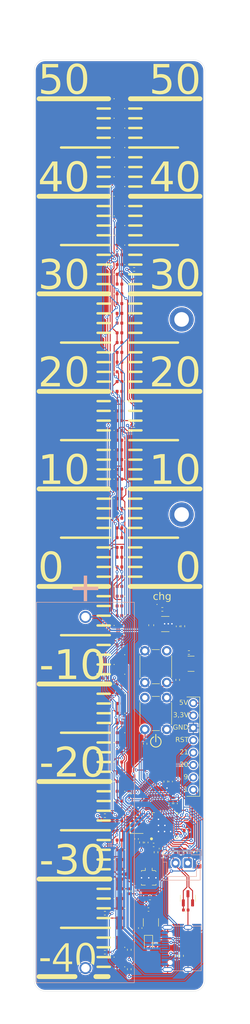
<source format=kicad_pcb>
(kicad_pcb (version 20240108) (generator "pcbnew") (generator_version "8.0")
  (layers (0 "F.Cu" signal) (31 "B.Cu" signal) (34 "B.Paste" user) (35 "F.Paste" user) (36 "B.SilkS" user "B.Silkscreen") (37 "F.SilkS" user "F.Silkscreen") (38 "B.Mask" user) (39 "F.Mask" user) (44 "Edge.Cuts" user))
  (net 0 "")
  (net 1 "Net-(U1-XTAL_N)")
  (net 2 "GND")
  (net 3 "EN")
  (net 4 "Net-(U1-XTAL_P)")
  (net 5 "Net-(U1-LNA_IN)")
  (net 6 "+3.3V")
  (net 7 "+5V")
  (net 8 "/blue")
  (net 9 "/purple")
  (net 10 "/l-blue")
  (net 11 "/celeste")
  (net 12 "/green")
  (net 13 "/beige")
  (net 14 "/red")
  (net 15 "/orange")
  (net 16 "/l-green")
  (net 17 "/cyan")
  (net 18 "D-")
  (net 19 "D+")
  (net 20 "IO21")
  (net 21 "IO20")
  (net 22 "IO9")
  (net 23 "IO1")
  (net 24 "IO2")
  (net 25 "Net-(U1-GPIO3{slash}ADC1_CH3)")
  (net 26 "IO4")
  (net 27 "IO5")
  (net 28 "IO6")
  (net 29 "IO7")
  (net 30 "IO8")
  (net 31 "IO10")
  (net 36 "IO0")
  (net 40 "Net-(C1-Pad1)")
  (net 42 "/CC2")
  (net 43 "/CC1")
  (net 45 "Net-(J4-In)")
  (net 46 "VBAT")
  (net 47 "Net-(D11-K)")
  (net 48 "Net-(U4-PROG)")
  (net 49 "Net-(U4-STAT)")
  (net 50 "VCC")
  (net 51 "Net-(U1-VDD_SPI{slash}GPIO11)")
  (footprint "LED_SMD:LED_0402_1005Metric" (layer "F.Cu") (at 56.235 42.25)
    (property "Reference" "D1" (hide yes))
    (property "Value" "~")
  )
  (footprint "Fiducial:Fiducial_1mm_Mask2mm" (layer "F.Cu") (at 71.75 223.25)
    (property "Reference" "REF**" (hide yes))
    (property "Value" "Fiducial_1mm_Mask2mm")
  )
  (footprint "LED_SMD:LED_0402_1005Metric" (layer "F.Cu") (at 56.235 44.25 180)
    (property "Reference" "D2" (hide yes))
    (property "Value" "~")
  )
  (footprint "Capacitor_SMD:C_0402_1005Metric" (layer "F.Cu") (at 70.02 192.25)
    (property "Reference" "C10" (hide yes))
    (property "Value" "100nF")
  )
  (footprint "Resistor_SMD:R_0402_1005Metric" (layer "F.Cu") (at 65.75 182.25 90)
    (property "Reference" "R13" (hide yes))
    (property "Value" "5,1kΩ")
  )
  (footprint "" (layer "F.Cu") (at 71.9 209.9)
    (property "Reference" "")
    (property "Value" "")
  )
  (footprint "LED_SMD:LED_0402_1005Metric" (layer "F.Cu") (at 56.235 126.25 180)
    (property "Reference" "D50" (hide yes))
    (property "Value" "~")
  )
  (footprint "LED_SMD:LED_0402_1005Metric" (layer "F.Cu") (at 56.235 114.25)
    (property "Reference" "D16" (hide yes))
    (property "Value" "~")
  )
  (footprint "LED_SMD:LED_0402_1005Metric" (layer "F.Cu") (at 56.235 136.25 180)
    (property "Reference" "D8" (hide yes))
    (property "Value" "~")
  )
  (footprint "Resistor_SMD:R_0402_1005Metric" (layer "F.Cu") (at 58.25 216.75 90)
    (property "Reference" "R9" (hide yes))
    (property "Value" "220")
  )
  (footprint "LED_SMD:LED_0402_1005Metric" (layer "F.Cu") (at 56.235 216.25 180)
    (property "Reference" "D85" (hide yes))
    (property "Value" "~")
  )
  (footprint "Capacitor_SMD:C_0402_1005Metric" (layer "F.Cu") (at 68.26 150.43 90)
    (property "Reference" "C14" (hide yes))
    (property "Value" "100nF")
  )
  (footprint "Capacitor_SMD:C_0402_1005Metric" (layer "F.Cu") (at 67.8 196.6 -90)
    (property "Reference" "C8" (hide yes))
    (property "Value" "100nF")
  )
  (footprint "LED_SMD:LED_0402_1005Metric" (layer "F.Cu") (at 56.235 52.25 180)
    (property "Reference" "D25" (hide yes))
    (property "Value" "~")
  )
  (footprint "TestPoint:TestPoint_Loop_D3.80mm_Drill2.0mm" (layer "F.Cu") (at 69 127.5)
    (property "Reference" "REF**" (hide yes))
    (property "Value" "TestPoint_Loop_D3.80mm_Drill2.0mm")
  )
  (footprint "MountingHole:MountingHole_2.1mm" (layer "F.Cu") (at 68.7 209.9)
    (property "Reference" "REF**" (hide yes))
    (property "Value" "MountingHole_2.1mm")
  )
  (footprint "Capacitor_SMD:C_0402_1005Metric" (layer "F.Cu") (at 67.75 186.75 90)
    (property "Reference" "C9" (hide yes))
    (property "Value" "100nF")
  )
  (footprint "Capacitor_SMD:C_0402_1005Metric" (layer "F.Cu") (at 63.25 195.25)
    (property "Reference" "C2" (hide yes))
    (property "Value" "NC")
  )
  (footprint "Capacitor_SMD:C_0402_1005Metric" (layer "F.Cu") (at 66.77 186.75 90)
    (property "Reference" "C7" (hide yes))
    (property "Value" "NC")
  )
  (footprint "Crystal:Crystal_SMD_2016-4Pin_2.0x1.6mm" (layer "F.Cu") (at 59.75 191.75)
    (property "Reference" "Y1" (hide yes))
    (property "Value" "Crystal")
  )
  (footprint "LED_SMD:LED_0402_1005Metric" (layer "F.Cu") (at 56.235 158.25)
    (property "Reference" "D22" (hide yes))
    (property "Value" "~")
  )
  (footprint "LED_SMD:LED_0402_1005Metric" (layer "F.Cu") (at 56.235 122.25 180)
    (property "Reference" "D38" (hide yes))
    (property "Value" "~")
  )
  (footprint "LED_SMD:LED_0402_1005Metric" (layer "F.Cu") (at 56.235 128.25)
    (property "Reference" "D51" (hide yes))
    (property "Value" "~")
  )
  (footprint "LED_SMD:LED_0402_1005Metric" (layer "F.Cu") (at 56.235 92.25 180)
    (property "Reference" "D37" (hide yes))
    (property "Value" "~")
  )
  (footprint "Resistor_SMD:R_0402_1005Metric" (layer "F.Cu") (at 71.75 196.75 -90)
    (property "Reference" "R15" (hide yes))
    (property "Value" "TBD")
  )
  (footprint "LED_SMD:LED_0402_1005Metric" (layer "F.Cu") (at 56.235 84.25 180)
    (property "Reference" "D15" (hide yes))
    (property "Value" "~")
  )
  (footprint "LED_SMD:LED_0402_1005Metric" (layer "F.Cu") (at 56.235 170.25)
    (property "Reference" "D54" (hide yes))
    (property "Value" "~")
  )
  (footprint "Resistor_SMD:R_0402_1005Metric" (layer "F.Cu") (at 63.7 215.3775 -90)
    (property "Reference" "RV1" (hide yes))
    (property "Value" "Varistor")
  )
  (footprint "Capacitor_SMD:C_0402_1005Metric" (layer "F.Cu") (at 66.75 182.25 90)
    (property "Reference" "C4" (hide yes))
    (property "Value" "1µF")
  )
  (footprint "Capacitor_SMD:C_0603_1608Metric" (layer "F.Cu") (at 62.76 150.2 -90)
    (property "Reference" "C15" (hide yes))
    (property "Value" "10uF")
  )
  (footprint "TestPoint:TestPoint_Loop_D3.80mm_Drill2.0mm" (layer "F.Cu") (at 69 87.5)
    (property "Reference" "REF**" (hide yes))
    (property "Value" "TestPoint_Loop_D3.80mm_Drill2.0mm")
  )
  (footprint "LED_SMD:LED_0402_1005Metric" (layer "F.Cu") (at 56.235 202.25)
    (property "Reference" "D86" (hide yes))
    (property "Value" "~")
  )
  (footprint "LED_SMD:LED_0402_1005Metric" (layer "F.Cu") (at 56.235 206.25)
    (property "Reference" "D62" (hide yes))
    (property "Value" "~")
  )
  (footprint "Resistor_SMD:R_0402_1005Metric" (layer "F.Cu") (at 60.75 194.75 90)
    (property "Reference" "FB1" (hide yes))
    (property "Value" "FerriteBead_Small")
  )
  (footprint "LED_SMD:LED_0402_1005Metric" (layer "F.Cu") (at 56.235 88.25 180)
    (property "Reference" "D27" (hide yes))
    (property "Value" "~")
  )
  (footprint "LED_SMD:LED_0402_1005Metric" (layer "F.Cu") (at 56.235 168.25 180)
    (property "Reference" "D45" (hide yes))
    (property "Value" "~")
  )
  (footprint "LED_SMD:LED_0402_1005Metric" (layer "F.Cu") (at 56.235 54.25)
    (property "Reference" "D34" (hide yes))
    (property "Value" "~")
  )
  (footprint "MountingHole:MountingHole_2.1mm" (layer "F.Cu") (at 68.7 203.4)
    (property "Reference" "REF**" (hide yes))
    (property "Value" "MountingHole_2.1mm")
  )
  (footprint "Capacitor_SMD:C_0603_1608Metric" (layer "F.Cu") (at 62.5 206)
    (property "Reference" "C18" (hide yes))
    (property "Value" "NC")
  )
  (footprint "LED_SMD:LED_0402_1005Metric" (layer "F.Cu") (at 56.235 146.25)
    (property "Reference" "D40" (hide yes))
    (property "Value" "~")
  )
  (footprint "LED_SMD:LED_0402_1005Metric" (layer "F.Cu") (at 56.235 94.25)
    (property "Reference" "D48" (hide yes))
    (property "Value" "~")
  )
  (footprint "LED_SMD:LED_0402_1005Metric" (layer "F.Cu") (at 56.235 204.25 180)
    (property "Reference" "D87" (hide yes))
    (property "Value" "~")
  )
  (footprint "LED_SMD:LED_0402_1005Metric" (layer "F.Cu") (at 56.235 164.25 180)
    (property "Reference" "D33" (hide yes))
    (property "Value" "~")
  )
  (footprint "LED_SMD:LED_0402_1005Metric" (layer "F.Cu") (at 56.235 148.25 180)
    (property "Reference" "D41" (hide yes))
    (property "Value" "~")
  )
  (footprint "Resistor_SMD:R_0402_1005Metric" (layer "F.Cu") (at 68.99519 217.99519 -90)
    (property "Reference" "R6" (hide yes))
    (property "Value" "5,1kΩ")
  )
  (footprint "LED_SMD:LED_0402_1005Metric" (layer "F.Cu") (at 56.235 154.25)
    (property "Reference" "D20" (hide yes))
    (property "Value" "~")
  )
  (footprint "LED_SMD:LED_0402_1005Metric" (layer "F.Cu") (at 56.235 142.25)
    (property "Reference" "D30" (hide yes))
    (property "Value" "~")
  )
  (footprint "LED_SMD:LED_0402_1005Metric" (layer "F.Cu") (at 65.04 145.94)
    (property "Reference" "D11" (hide yes))
    (property "Value" "LED_CHR")
  )
  (footprint "LED_SMD:LED_0402_1005Metric" (layer "F.Cu") (at 56.235 86.25)
    (property "Reference" "D26" (hide yes))
    (property "Value" "~")
  )
  (footprint "LED_SMD:LED_0402_1005Metric" (layer "F.Cu") (at 56.235 130.25 180)
    (property "Reference" "D60" (hide yes))
    (property "Value" "~")
  )
  (footprint "Resistor_SMD:R_0402_1005Metric" (layer "F.Cu") (at 58.25 204.75 90)
    (property "Reference" "R7" (hide yes))
    (property "Value" "220")
  )
  (footprint "Resistor_SMD:R_0402_1005Metric" (layer "F.Cu") (at 70.5 155.8 180)
    (property "Reference" "R18" (hide yes))
    (property "Value" "100K")
  )
  (footprint "Resistor_SMD:R_0402_1005Metric" (layer "F.Cu") (at 61.5 174.5 90)
    (property "Reference" "R11" (hide yes))
    (property "Value" "5,1kΩ")
  )
  (footprint "Package_TO_SOT_SMD:SOT-23-5" (layer "F.Cu") (at 62.7 211.1375 90)
    (property "Reference" "U2" (hide yes))
    (property "Value" "RT9080")
  )
  (footprint "LED_SMD:LED_0402_1005Metric" (layer "F.Cu") (at 56.235 96.25 180)
    (property "Reference" "D49" (hide yes))
    (property "Value" "~")
  )
  (footprint "Fiducial:Fiducial_1mm_Mask2mm" (layer "F.Cu") (at 41 44.5)
    (property "Reference" "REF**" (hide yes))
    (property "Value" "Fiducial_1mm_Mask2mm")
  )
  (footprint "Capacitor_SMD:C_0402_1005Metric" (layer "F.Cu") (at 69.85 208.6 180)
    (property "Reference" "C16" (hide yes))
    (property "Value" "100nF")
  )
  (footprint "LED_SMD:LED_0402_1005Metric" (layer "F.Cu") (at 56.235 140.25 180)
    (property "Reference" "D19" (hide yes))
    (property "Value" "~")
  )
  (footprint "LED_SMD:LED_0402_1005Metric" (layer "F.Cu") (at 56.235 108.25 180)
    (property "Reference" "D81" (hide yes))
    (property "Value" "~")
  )
  (footprint "Resistor_SMD:R_0402_1005Metric" (layer "F.Cu") (at 53.25 217.25 180)
    (property "Reference" "R14" (hide yes))
    (property "Value" "220")
  )
  (footprint "Capacitor_SMD:C_0402_1005Metric" (layer "F.Cu") (at 61.75 194.75 -90)
    (property "Reference" "C1" (hide yes))
    (property "Value" "100nF")
  )
  (footprint "LED_SMD:LED_0402_1005Metric" (layer "F.Cu") (at 56.235 172.25 180)
    (property "Reference" "D55" (hide yes))
    (property "Value" "~")
  )
  (footprint "Resistor_SMD:R_0402_1005Metric" (layer "F.Cu") (at 67.99519 217.98519 -90)
    (property "Reference" "R5" (hide yes))
    (property "Value" "5,1kΩ")
  )
  (footprint "LED_SMD:LED_0402_1005Metric" (layer "F.Cu") (at 56.235 124.25)
    (property "Reference" "D39" (hide yes))
    (property "Value" "~")
  )
  (footprint "Button_Switch_THT:SW_PUSH_6mm" (layer "F.Cu") (at 65.95 155.45 -90)
    (property "Reference" "SW3" (hide yes))
    (property "Value" "SW_MEC_5G")
  )
  (footprint "LED_SMD:LED_0402_1005Metric" (layer "F.Cu") (at 56.235 198.25)
    (property "Reference" "D74" (hide yes))
    (property "Value" "~")
  )
  (footprint "Connector_Coaxial:U.FL_Molex_MCRF_73412-0110_Vertical" (layer "F.Cu") (at 62.25 202 180)
    (property "Reference" "J4" (hide yes))
    (property "Value" "NC")
  )
  (footprint "LED_SMD:LED_0402_1005Metric" (layer "F.Cu") (at 56.235 120.25)
    (property "Reference" "D29" (hide yes))
    (property "Value" "~")
  )
  (footprint "LED_SMD:LED_0402_1005Metric" (layer "F.Cu") (at 56.235 150.25)
    (property "Reference" "D9" (hide yes))
    (property "Value" "~")
  )
  (footprint "LED_SMD:LED_0402_1005Metric" (layer "F.Cu") (at 56.235 106.25)
    (property "Reference" "D80" (hide yes))
    (property "Value" "~")
  )
  (footprint "LED_SMD:LED_0402_1005Metric" (layer "F.Cu") (at 56.235 74.25)
    (property "Reference" "D90" (hide yes))
    (property "Value" "~")
  )
  (footprint "Capacitor_SMD:C_0402_1005Metric" (layer "F.Cu") (at 64.75 196 90)
    (property "Reference" "C3" (hide yes))
    (property "Value" "100nF")
  )
  (footprint "Capacitor_SMD:C_0402_1005Metric" (layer "F.Cu") (at 59.75 194.02 90)
    (property "Reference" "C6" (hide yes))
    (property "Value" "TBD")
  )
  (footprint "LED_SMD:LED_0402_1005Metric" (layer "F.Cu") (at 56.235 162.25)
    (property "Reference" "D32" (hide yes))
    (property "Value" "~")
  )
  (footprint "LED_SMD:LED_0402_1005Metric" (layer "F.Cu") (at 56.235 184.25 180)
    (property "Reference" "D89" (hide yes))
    (property "Value" "~")
  )
  (footprint "LED_SMD:LED_0402_1005Metric" (layer "F.Cu") (at 56.235 192.25 180)
    (property "Reference" "D53" (hide yes))
    (property "Value" "~")
  )
  (footprint "LED_SMD:LED_0402_1005Metric" (layer "F.Cu") (at 56.235 144.25 180)
    (property "Reference" "D31" (hide yes))
    (property "Value" "~")
  )
  (footprint "LED_SMD:LED_0402_1005Metric" (layer "F.Cu") (at 56.235 66.25)
    (property "Reference" "D68" (hide yes))
    (property "Value" "~")
  )
  (footprint "Capacitor_SMD:C_0402_1005Metric" (layer "F.Cu") (at 59.98 189.75)
    (property "Reference" "C5" (hide yes))
    (property "Value" "TBD")
  )
  (footprint "LED_SMD:LED_0402_1005Metric" (layer "F.Cu") (at 56.235 186.25)
    (property "Reference" "D42" (hide yes))
    (property "Value" "~")
  )
  (footprint "LED_SMD:LED_0402_1005Metric" (layer "F.Cu") (at 56.235 200.25 180)
    (property "Reference" "D75" (hide yes))
    (property "Value" "~")
  )
  (footprint "Resistor_SMD:R_0402_1005Metric" (layer "F.Cu") (at 69.26 150.41 90)
    (property "Reference" "R16" (hide yes))
    (property "Value" "2K")
  )
  (footprint "LED_SMD:LED_0402_1005Metric" (layer "F.Cu") (at 56.235 48.25 180)
    (property "Reference" "D13" (hide yes))
    (property "Value" "~")
  )
  (footprint "Capacitor_SMD:C_0402_1005Metric" (layer "F.Cu") (at 62.2 208.5 180)
    (property "Reference" "C12" (hide yes))
    (property "Value" "1µF")
  )
  (footprint "Package_TO_SOT_SMD:SOT-23-5" (layer "F.Cu") (at 65.6475 149.96)
    (property "Reference" "U4" (hide yes))
    (property "Value" "MCP73831")
  )
  (footprint "LED_SMD:LED_0402_1005Metric" (layer "F.Cu") (at 56.235 112.25 180)
    (property "Reference" "D6" (hide yes))
    (property "Value" "~")
  )
  (footprint "Resistor_SMD:R_0402_1005Metric" (layer "F.Cu") (at 58.25 220.74 90)
    (property "Reference" "R12" (hide yes))
    (property "Value" "220")
  )
  (footprint "Button_Switch_THT:SW_PUSH_6mm" (layer "F.Cu") (at 61.45 171.55 90)
    (property "Reference" "SW1" (hide yes))
    (property "Value" "SW_MEC_5G")
  )
  (footprint "LED_SMD:LED_0402_1005Metric" (layer "F.Cu") (at 56.235 76.25 180)
    (property "Reference" "D91" (hide yes))
    (property "Value" "~")
  )
  (footprint "LED_SMD:LED_0402_1005Metric" (layer "F.Cu") (at 56.235 58.25)
    (property "Reference" "D46" (hide yes))
    (property "Value" "~")
  )
  (footprint "LED_SMD:LED_0402_1005Metric" (layer "F.Cu") (at 56.235 82.25)
    (property "Reference" "D14" (hide yes))
    (property "Value" "~")
  )
  (footprint "LED_SMD:LED_0402_1005Metric" (layer "F.Cu") (at 56.235 218.25)
    (property "Reference" "D82" (hide yes))
    (property "Value" "~")
  )
  (footprint "LED_SMD:LED_0402_1005Metric" (layer "F.Cu") (at 56.235 210.25)
    (property "Reference" "D72" (hide yes))
    (property "Value" "~")
  )
  (footprint "LED_SMD:LED_0402_1005Metric" (layer "F.Cu") (at 56.235 90.25)
    (property "Reference" "D36" (hide yes))
    (property "Value" "~")
  )
  (footprint "Fiducial:Fiducial_1mm_Mask2mm" (layer "F.Cu") (at 71.5 44.5)
    (property "Reference" "REF**" (hide yes))
    (property "Value" "Fiducial_1mm_Mask2mm")
  )
  (footprint "LED_SMD:LED_0402_1005Metric" (layer "F.Cu") (at 56.235 100.25 180)
    (property "Reference" "D59" (hide yes))
    (property "Value" "~")
  )
  (footprint "LED_SMD:LED_0402_1005Metric" (layer "F.Cu") (at 56.235 190.25)
    (property "Reference" "D52" (hide yes))
    (property "Value" "~")
  )
  (footprint "LED_SMD:LED_0402_1005Metric" (layer "F.Cu") (at 56.235 50.25)
    (property "Reference" "D24" (hide yes))
    (property "Value" "~")
  )
  (footprint "LED_SMD:LED_0402_1005Metric" (layer "F.Cu") (at 56.235 62.25)
    (property "Reference" "D56" (hide yes))
    (property "Value" "~")
  )
  (footprint "Resistor_SMD:R_0402_1005Metric" (layer "F.Cu") (at 53.25 189.25)
    (property "Reference" "R8" (hide yes))
    (property "Value" "220")
  )
  (footprint "LED_SMD:LED_0402_1005Metric" (layer "F.Cu") (at 56.235 132.25)
    (property "Reference" "D61" (hide yes))
    (property "Value" "~")
  )
  (footprint "LED_SMD:LED_0402_1005Metric" (layer "F.Cu") (at 56.235 56.25 180)
    (property "Reference" "D35" (hide yes))
    (property "Value" "~")
  )
  (footprint "LED_SMD:LED_0402_1005Metric" (layer "F.Cu") (at 56.235 116.25 180)
    (property "Reference" "D17" (hide yes))
    (property "Value" "~")
  )
  (footprint "LED_SMD:LED_0402_1005Metric" (layer "F.Cu") (at 56.235 80.25 180)
    (property "Reference" "D4" (hide yes))
    (property "Value" "~")
  )
  (footprint "Resistor_SMD:R_0402_1005Metric" (layer "F.Cu") (at 53.25 209.25 180)
    (property "Reference" "R10" (hide yes))
    (property "Value" "220")
  )
  (footprint "LED_SMD:LED_0402_1005Metric" (layer "F.Cu") (at 56.235 138.25)
    (property "Reference" "D18" (hide yes))
    (property "Value" "~")
  )
  (footprint "LED_SMD:LED_0402_1005Metric" (layer "F.Cu") (at 56.235 178.25)
    (property "Reference" "D76" (hide yes))
    (property "Value" "~")
  )
  (footprint "LED_SMD:LED_0402_1005Metric" (layer "F.Cu") (at 56.235 166.25)
    (property "Reference" "D44" (hide yes))
    (property "Value" "~")
  )
  (footprint "LED_SMD:LED_0402_1005Metric" (layer "F.Cu") (at 56.235 68.25 180)
    (property "Reference" "D69" (hide yes))
    (property "Value" "~")
  )
  (footprint "Capacitor_SMD:C_0402_1005Metric" (layer "F.Cu") (at 69.7 196.6 90)
    (property "Reference" "C17" (hide yes))
    (property "Value" "100nF")
  )
  (footprint "LED_SMD:LED_0402_1005Metric" (layer "F.Cu") (at 56.235 104.25 180)
    (property "Reference" "D71" (hide yes))
    (property "Value" "~")
  )
  (footprint "LED_SMD:LED_0402_1005Metric" (layer "F.Cu") (at 56.235 110.25)
    (property "Reference" "D5" (hide yes))
    (property "Value" "~")
  )
  (footprint "LED_SMD:LED_0402_1005Metric" (layer "F.Cu") (at 56.235 188.25 180)
    (property "Reference" "D43" (hide yes))
    (property "Value" "~")
  )
  (footprint "LED_SMD:LED_0402_1005Metric" (layer "F.Cu") (at 56.235 156.25 180)
    (property "Reference" "D21" (hide yes))
    (property "Value" "~")
  )
  (footprint "LED_SMD:LED_0402_1005Metric" (layer "F.Cu") (at 56.235 46.25)
    (property "Reference" "D12" (hide yes))
    (property "Value" "~")
  )
  (footprint "LED_SMD:LED_0402_1005Metric" (layer "F.Cu") (at 56.235 176.25 180)
    (property "Reference" "D67" (hide yes))
    (property "Value" "~")
  )
  (footprint "LED_SMD:LED_0402_1005Metric" (layer "F.Cu") (at 56.235 220.25 180)
    (property "Reference" "D83" (hide yes))
    (property "Value" "~")
  )
  (footprint "LED_SMD:LED_0402_1005Metric" (layer "F.Cu") (at 56.235 214.25)
    (property "Reference" "D84" (hide yes))
    (property "Value" "~")
  )
  (footprint "LED_SMD:LED_0402_1005Metric" (layer "F.Cu") (at 56.235 60.25 180)
    (property "Reference" "D47" (hide yes))
    (property "Value" "~")
  )
  (footprint "LED_SMD:LED_0402_1005Metric" (layer "F.Cu") (at 56.235 180.25 180)
    (property "Reference" "D77" (hide yes))
    (property "Value" "~")
  )
  (footprint "Connector_PinHeader_2.54mm:PinHeader_1x08_P2.54mm_Vertical" (layer "F.Cu") (at 71.4 166.17)
    (property "Reference" "J2" (hide yes))
    (property "Value" "Conn_01x08")
  )
  (footprint "Resistor_SMD:R_0402_1005Metric" (layer "F.Cu") (at 65.04 146.95)
    (property "Reference" "R17" (hide yes))
    (property "Value" "1K")
  )
  (footprint "Diode_SMD:D_SOD-323" (layer "F.Cu") (at 62.2 215.4 -90)
    (property "Reference" "D93" (hide yes))
    (property "Value" "D_Schottky_Small")
  )
  (footprint "Capacitor_SMD:C_0402_1005Metric" (layer "F.Cu") (at 65.25 197.5 180)
    (property "Reference" "C13" (hide yes))
    (property "Value" "100nF")
  )
  (footprint "LED_SMD:LED_0402_1005Metric" (layer "F.Cu") (at 56.235 152.25 180)
    (property "Reference" "D10" (hide yes))
    (property "Value" "~")
  )
  (footprint "Resistor_SMD:R_0402_1005Metric" (layer "F.Cu") (at 59.25 109.25 180)
    (property "Reference" "R2" (hide yes))
    (property "Value" "220")
  )
  (footprint "Resistor_SMD:R_0402_1005Metric" (layer "F.Cu") (at 63.75 196.75 -90)
    (property "Reference" "L1" (hide yes))
    (property "Value" "NC")
  )
  (footprint "" (layer "F.Cu") (at 67.2 206.7 90)
    (property "Reference" "")
    (property "Value" "")
  )
  (footprint "LED_SMD:LED_0402_1005Metric" (layer "F.Cu") (at 56.235 196.25 180)
    (property "Reference" "D65" (hide yes))
    (property "Value" "~")
  )
  (footprint "LED_SMD:LED_0402_1005Metric" (layer "F.Cu") (at 56.235 182.25)
    (property "Reference" "D88" (hide yes))
    (property "Value" "~")
  )
  (footprint "LED_SMD:LED_0402_1005Metric" (layer "F.Cu") (at 56.235 98.25)
    (property "Reference" "D58" (hide yes))
    (property "Value" "~")
  )
  (footprint "LED_SMD:LED_0402_1005Metric" (layer "F.Cu") (at 56.235 102.25)
    (property "Reference" "D70" (hide yes))
    (property "Value" "~")
  )
  (footprint "LED_SMD:LED_0402_1005Metric" (layer "F.Cu") (at 56.235 64.25 180)
    (property "Reference" "D57" (hide yes))
    (property "Value" "~")
  )
  (footprint "LED_SMD:LED_0402_1005Metric" (layer "F.Cu") (at 56.235 174.25)
    (property "Reference" "D66" (hide yes))
    (property "Value" "~")
  )
  (footprint "LED_SMD:LED_0402_1005Metric" (layer "F.Cu") (at 56.235 212.25 180)
    (property "Reference" "D73" (hide yes))
    (property "Value" "~")
  )
  (footprint "Resistor_SMD:R_0402_1005Metric" (layer "F.Cu") (at 53.25 161)
    (property "Reference" "R4" (hide yes))
    (property "Value" "220")
  )
  (footprint "LED_SMD:LED_0402_1005Metric" (layer "F.Cu") (at 56.235 134.25)
    (property "Reference" "D7" (hide yes))
    (property "Value" "~")
  )
  (footprint "LED_SMD:LED_0402_1005Metric" (layer "F.Cu") (at 56.235 70.25)
    (property "Reference" "D78" (hide yes))
    (property "Value" "~")
  )
  (footprint "Resistor_SMD:R_0402_1005Metric" (layer "F.Cu") (at 58.25 184.75 90)
    (property "Reference" "R3" (hide yes))
    (property "Value" "220")
  )
  (footprint "MountingHole:MountingHole_2.1mm" (layer "F.Cu") (at 71.9 203.4)
    (property "Reference" "REF**" (hide yes))
    (property "Value" "MountingHole_2.1mm")
  )
  (footprint "LED_SMD:LED_0402_1005Metric" (layer "F.Cu") (at 56.235 72.25 180)
    (property "Reference" "D79" (hide yes))
    (property "Value" "~")
  )
  (footprint "Package_TO_SOT_SMD:SOT-23" (layer "F.Cu") (at 70.9375 158.1)
    (property "Reference" "Q1" (hide yes))
    (property "Value" "BSS84")
  )
  (footprint "LED_SMD:LED_0402_1005Metric" (layer "F.Cu") (at 56.235 194.25)
    (property "Reference" "D64" (hide yes))
    (property "Value" "~")
  )
  (footprint "Package_DFN_QFN:QFN-32-1EP_5x5mm_P0.5mm_EP3.45x3.45mm" (layer "F.Cu") (at 65.5625 191.25 90)
    (property "Reference" "U1" (hide yes))
    (property "Value" "ESP32-C3")
  )
  (footprint "LED_SMD:LED_0402_1005Metric" (layer "F.Cu") (at 56.235 160.25 180)
    (property "Reference" "D23" (hide yes))
    (property "Value" "~")
  )
  (footprint "Resistor_SMD:R_0402_1005Metric" (layer "F.Cu") (at 68.2 161.41 -90)
    (property "Reference" "R19" (hide yes))
    (property "Value" "5,1kΩ")
  )
  (footprint "Capacitor_SMD:C_0402_1005Metric" (layer "F.Cu") (at 60.5 212.3 -90)
    (property "Reference" "C11" (hide yes))
    (property "Value" "1µF")
  )
  (footprint "LED_SMD:LED_0402_1005Metric" (layer "F.Cu") (at 56.235 118.25)
    (property "Reference" "D28" (hide yes))
    (property "Value" "~")
  )
  (footprint "LED_SMD:LED_0402_1005Metric" (layer "F.Cu") (at 56.235 208.25 180)
    (property "Reference" "D63" (hide yes))
    (property "Value" "~")
  )
  (footprint "LED_SMD:LED_0402_1005Metric" (layer "F.Cu") (at 56.235 78.25)
    (property "Reference" "D3" (hide yes))
    (property "Value" "~")
  )
  (footprint "Package_TO_SOT_SMD:SOT-23" (layer "F.Cu") (at 70.3 206.2 90)
    (property "Reference" "U3" (hide yes))
    (property "Value" "TC1047AxNB")
  )
  (footprint "Resistor_SMD:R_0402_1005Metric" (layer "F.Cu") (at 59.25 77.25)
    (property "Reference" "R1" (hide yes))
    (property "Value" "220")
  )
  (footprint "Connector_JST:JST_XH_B2B-XH-A_1x02_P2.50mm_Vertical" (layer "B.Cu") (at 70.25 198.975 180)
    (property "Reference" "J8" (hide yes))
    (property "Value" "Conn_01x02")
  )
  (footprint "Battery:BatteryHolder_MPD_BH-18650-PC2" (layer "B.Cu") (at 49.25 148.5 -90)
    (property "Reference" "BT1" (hide yes))
    (property "Value" "Battery_Cell")
  )
  (footprint "Connector_USB:USB_C_Receptacle_G-Switch_GT-USB-7010ASV" (layer "B.Cu") (at 69.24519 216.47519 -90)
    (property "Reference" "J1" (hide yes))
    (property "Value" "USB_C_Receptacle_USB2.0")
  )
  (gr_line (start 58.25 78.25) (end 60.75 78.25) (stroke (width 0.5)) (layer "F.SilkS"))
  (gr_line (start 58.25 126.25) (end 60.75 126.25) (stroke (width 0.5)) (layer "F.SilkS"))
  (gr_line (start 54.25 114.25) (end 51.75 114.25) (stroke (width 0.5)) (layer "F.SilkS"))
  (gr_line (start 54.25 120.25) (end 51.75 120.25) (stroke (width 0.5)) (layer "F.SilkS"))
  (gr_line (start 58.25 124.25) (end 60.75 124.25) (stroke (width 0.5)) (layer "F.SilkS"))
  (gr_line (start 54.25 164.25) (end 51.75 164.25) (stroke (width 0.5)) (layer "F.SilkS"))
  (gr_line (start 58.25 66.25) (end 60.75 66.25) (stroke (width 0.5)) (layer "F.SilkS"))
  (gr_line (start 54.25 196.25) (end 51.75 196.25) (stroke (width 0.5)) (layer "F.SilkS"))
  (gr_line (start 54.25 134.25) (end 51.75 134.25) (stroke (width 0.5)) (layer "F.SilkS"))
  (gr_line (start 39.75 182.25) (end 54.25 182.25) (stroke (width 1)) (layer "F.SilkS"))
  (gr_line (start 58.25 96.25) (end 60.75 96.25) (stroke (width 0.5)) (layer "F.SilkS"))
  (gr_line (start 58.25 128.25) (end 60.75 128.25) (stroke (width 0.5)) (layer "F.SilkS"))
  (gr_line (start 54.25 56.25) (end 51.75 56.25) (stroke (width 0.5)) (layer "F.SilkS"))
  (gr_line (start 39.75 102.25) (end 54 102.25) (stroke (width 1)) (layer "F.SilkS"))
  (gr_line (start 58.25 100.25) (end 60.75 100.25) (stroke (width 0.5)) (layer "F.SilkS"))
  (gr_line (start 54.25 150.25) (end 51.75 150.25) (stroke (width 0.5)) (layer "F.SilkS"))
  (gr_line (start 58.25 54.25) (end 60.75 54.25) (stroke (width 0.5)) (layer "F.SilkS"))
  (gr_line (start 58.25 64.25) (end 60.75 64.25) (stroke (width 0.5)) (layer "F.SilkS"))
  (gr_line (start 54.25 52.25) (end 44.25 52.25) (stroke (width 0.5)) (layer "F.SilkS"))
  (gr_line (start 54.25 160.25) (end 51.75 160.25) (stroke (width 0.5)) (layer "F.SilkS"))
  (gr_line (start 54.25 210.25) (end 51.75 210.25) (stroke (width 0.5)) (layer "F.SilkS"))
  (gr_line (start 58.25 44.25) (end 60.75 44.25) (stroke (width 0.5)) (layer "F.SilkS"))
  (gr_line (start 54.25 88.25) (end 51.75 88.25) (stroke (width 0.5)) (layer "F.SilkS"))
  (gr_line (start 39.75 162.25) (end 54.25 162.25) (stroke (width 1)) (layer "F.SilkS"))
  (gr_line (start 54.25 188.25) (end 51.75 188.25) (stroke (width 0.5)) (layer "F.SilkS"))
  (gr_line (start 39.75 82.25) (end 54 82.25) (stroke (width 1)) (layer "F.SilkS"))
  (gr_line (start 54.25 146.25) (end 51.75 146.25) (stroke (width 0.5)) (layer "F.SilkS"))
  (gr_line (start 58.25 120.25) (end 60.75 120.25) (stroke (width 0.5)) (layer "F.SilkS"))
  (gr_line (start 54.25 74.25) (end 51.75 74.25) (stroke (width 0.5)) (layer "F.SilkS"))
  (gr_line (start 54.25 132.25) (end 44.25 132.25) (stroke (width 0.5)) (layer "F.SilkS"))
  (gr_line (start 58.25 138.25) (end 60.75 138.25) (stroke (width 0.5)) (layer "F.SilkS"))
  (gr_line (start 54.25 172.25) (end 44.25 172.25) (stroke (width 0.5)) (layer "F.SilkS"))
  (gr_line (start 58.25 86.25) (end 60.75 86.25) (stroke (width 0.5)) (layer "F.SilkS"))
  (gr_line (start 54.25 148.25) (end 51.75 148.25) (stroke (width 0.5)) (layer "F.SilkS"))
  (gr_line (start 54.25 152.25) (end 44.25 152.25) (stroke (width 0.5)) (layer "F.SilkS"))
  (gr_line (start 58.25 136.25) (end 60.75 136.25) (stroke (width 0.5)) (layer "F.SilkS"))
  (gr_line (start 58.25 52.25) (end 68.25 52.25) (stroke (width 0.5)) (layer "F.SilkS"))
  (gr_line (start 54.25 154.25) (end 51.75 154.25) (stroke (width 0.5)) (layer "F.SilkS"))
  (gr_line (start 63.7 174.099999) (end 63.7 172.599999) (stroke (width 0.2)) (layer "F.SilkS"))
  (gr_line (start 54.25 66.25) (end 51.75 66.25) (stroke (width 0.5)) (layer "F.SilkS"))
  (gr_line (start 39.75 62.25) (end 54 62.25) (stroke (width 1)) (layer "F.SilkS"))
  (gr_line (start 58.25 104.25) (end 60.75 104.25) (stroke (width 0.5)) (layer "F.SilkS"))
  (gr_line (start 58.25 116.25) (end 60.75 116.25) (stroke (width 0.5)) (layer "F.SilkS"))
  (gr_line (start 54.25 168.25) (end 51.75 168.25) (stroke (width 0.5)) (layer "F.SilkS"))
  (gr_line (start 58.25 88.25) (end 60.75 88.25) (stroke (width 0.5)) (layer "F.SilkS"))
  (gr_line (start 54.25 166.25) (end 51.75 166.25) (stroke (width 0.5)) (layer "F.SilkS"))
  (gr_line (start 54.25 138.25) (end 51.75 138.25) (stroke (width 0.5)) (layer "F.SilkS"))
  (gr_line (start 54.25 76.25) (end 51.75 76.25) (stroke (width 0.5)) (layer "F.SilkS"))
  (gr_line (start 54.25 186.25) (end 51.75 186.25) (stroke (width 0.5)) (layer "F.SilkS"))
  (gr_line (start 58.25 132.25) (end 68.25 132.25) (stroke (width 0.5)) (layer "F.SilkS"))
  (gr_poly (pts (xy 49.604689 215.310789) (xy 49.899916 215.393633) (xy 50.167012 215.531707) (xy 50.405979 215.72501) (xy 50.616816 215.973542) (xy 50.680844 216.06866) (xy 50.824806 216.330832) (xy 50.944369 216.626421) (xy 51.03953 216.955426) (xy 51.098091 217.24269) (xy 51.141036 217.55134) (xy 51.168365 217.881377) (xy 51.180077 218.232801) (xy 51.180565 218.323998) (xy 51.172757 218.678707) (xy 51.149332 219.012305) (xy 51.110292 219.324791) (xy 51.055635 219.616165) (xy 51 219.9) (xy 50.7 219.7) (xy 47.9 219.8) (xy 47.610711 219.974103) (xy 47.522204 219.664233) (xy 47.463643 219.375859) (xy 47.421053 219.066464) (xy 47.394435 218.736049) (xy 47.383787 218.384614) (xy 47.383565 218.323998) (xy 48.05621 218.323998) (xy 48.063263 218.645758) (xy 48.08442 218.955976) (xy 48.119683 219.254655) (xy 48.16905 219.541793) (xy 47.9 219.8) (xy 50.7 219.7) (xy 50.39508 219.541793) (xy 50.449627 219.217951) (xy 50.483126 218.91783) (xy 50.50252 218.606169) (xy 50.50792 218.323998) (xy 50.500867 217.998392) (xy 50.47971 217.685425) (xy 50.444447 217.385098) (xy 50.39508 217.097411) (xy 50.319551 216.798144) (xy 50.207352 216.50614) (xy 50.049552 216.234193) (xy 50.016992 216.190293) (xy 49.789205 215.980435) (xy 49.503715 215.867434) (xy 49.281332 215.84591) (xy 48.986654 215.886604) (xy 48.71693 216.023819) (xy 48.550069 216.190293) (xy 48.384052 216.452857) (xy 48.264983 216.736331) (xy 48.183762 217.027922) (xy 48.16905 217.097411) (xy 48.114504 217.421948) (xy 48.081004 217.723855) (xy 48.06161 218.038401) (xy 48.05621 218.323998) (xy 47.383565 218.323998) (xy 47.389004 218.024223) (xy 47.409886 217.684329) (xy 47.446431 217.366073) (xy 47.498638 217.069455) (xy 47.579341 216.75075) (xy 47.606315 216.665101) (xy 47.713585 216.384463) (xy 47.860223 216.101859) (xy 48.032505 215.859921) (xy 48.256978 215.63635) (xy 48.51101 215.465625) (xy 48.791704 215.350775) (xy 49.099059 215.291797) (xy 49.281332 215.283175)) (fill solid) (layer "F.SilkS"))
  (gr_line (start 54.25 106.25) (end 51.75 106.25) (stroke (width 0.5)) (layer "F.SilkS"))
  (gr_line (start 54.25 174.25) (end 51.75 174.25) (stroke (width 0.5)) (layer "F.SilkS"))
  (gr_line (start 54.25 44.25) (end 51.75 44.25) (stroke (width 0.5)) (layer "F.SilkS"))
  (gr_line (start 54.25 130.25) (end 51.75 130.25) (stroke (width 0.5)) (layer "F.SilkS"))
  (gr_line (start 58.25 56.25) (end 60.75 56.25) (stroke (width 0.5)) (layer "F.SilkS"))
  (gr_line (start 54.25 92.25) (end 44.25 92.25) (stroke (width 0.5)) (layer "F.SilkS"))
  (gr_line (start 39.75 222.25) (end 47.1 222.25) (stroke (width 1)) (layer "F.SilkS"))
  (gr_line (start 54.25 84.25) (end 51.75 84.25) (stroke (width 0.5)) (layer "F.SilkS"))
  (gr_line (start 54.25 184.25) (end 51.75 184.25) (stroke (width 0.5)) (layer "F.SilkS"))
  (gr_line (start 54.25 48.25) (end 51.75 48.25) (stroke (width 0.5)) (layer "F.SilkS"))
  (gr_line (start 58.25 90.25) (end 60.75 90.25) (stroke (width 0.5)) (layer "F.SilkS"))
  (gr_line (start 54.25 170.25) (end 51.75 170.25) (stroke (width 0.5)) (layer "F.SilkS"))
  (gr_line (start 54.25 108.25) (end 51.75 108.25) (stroke (width 0.5)) (layer "F.SilkS"))
  (gr_line (start 58.25 110.25) (end 60.75 110.25) (stroke (width 0.5)) (layer "F.SilkS"))
  (gr_line (start 54.25 176.25) (end 51.75 176.25) (stroke (width 0.5)) (layer "F.SilkS"))
  (gr_line (start 58.25 68.25) (end 60.75 68.25) (stroke (width 0.5)) (layer "F.SilkS"))
  (gr_line (start 54.25 178.25) (end 51.75 178.25) (stroke (width 0.5)) (layer "F.SilkS"))
  (gr_line (start 54.25 104.25) (end 51.75 104.25) (stroke (width 0.5)) (layer "F.SilkS"))
  (gr_line (start 54.25 72.25) (end 44.25 72.25) (stroke (width 0.5)) (layer "F.SilkS"))
  (gr_line (start 58.25 108.25) (end 60.75 108.25) (stroke (width 0.5)) (layer "F.SilkS"))
  (gr_line (start 54.25 190.25) (end 51.75 190.25) (stroke (width 0.5)) (layer "F.SilkS"))
  (gr_line (start 58.25 130.25) (end 60.75 130.25) (stroke (width 0.5)) (layer "F.SilkS"))
  (gr_line (start 39.75 202.25) (end 54.25 202.25) (stroke (width 1)) (layer "F.SilkS"))
  (gr_line (start 54.25 144.25) (end 51.75 144.25) (stroke (width 0.5)) (layer "F.SilkS"))
  (gr_line (start 58.25 70.25) (end 60.75 70.25) (stroke (width 0.5)) (layer "F.SilkS"))
  (gr_line (start 54.25 208.25) (end 51.75 208.25) (stroke (width 0.5)) (layer "F.SilkS"))
  (gr_line (start 54.25 220.25) (end 51.75 220.25) (stroke (width 0.5)) (layer "F.SilkS"))
  (gr_line (start 72.75 142.25) (end 58.5 142.25) (stroke (width 1)) (layer "F.SilkS"))
  (gr_line (start 54.25 100.25) (end 51.75 100.25) (stroke (width 0.5)) (layer "F.SilkS"))
  (gr_line (start 54.25 204.25) (end 51.75 204.25) (stroke (width 0.5)) (layer "F.SilkS"))
  (gr_line (start 54.25 218.25) (end 51.75 218.25) (stroke (width 0.5)) (layer "F.SilkS"))
  (gr_line (start 58.25 60.25) (end 60.75 60.25) (stroke (width 0.5)) (layer "F.SilkS"))
  (gr_line (start 54.25 192.25) (end 44.25 192.25) (stroke (width 0.5)) (layer "F.SilkS"))
  (gr_line (start 54.25 80.25) (end 51.75 80.25) (stroke (width 0.5)) (layer "F.SilkS"))
  (gr_line (start 54.25 214.25) (end 51.75 214.25) (stroke (width 0.5)) (layer "F.SilkS"))
  (gr_poly (pts (xy 41.942323 219.087501) (xy 39.984473 219.087501) (xy 39.984473 218.49106) (xy 41.942323 218.49106)) (fill solid) (layer "F.SilkS"))
  (gr_line (start 58.25 112.25) (end 68.25 112.25) (stroke (width 0.5)) (layer "F.SilkS"))
  (gr_line (start 58.25 80.25) (end 60.75 80.25) (stroke (width 0.5)) (layer "F.SilkS"))
  (gr_line (start 54.25 158.25) (end 51.75 158.25) (stroke (width 0.5)) (layer "F.SilkS"))
  (gr_line (start 51.4 222.25) (end 53.9 222.25) (stroke (width 1)) (layer "F.SilkS"))
  (gr_line (start 54.25 116.25) (end 51.75 116.25) (stroke (width 0.5)) (layer "F.SilkS"))
  (gr_line (start 54.25 90.25) (end 51.75 90.25) (stroke (width 0.5)) (layer "F.SilkS"))
  (gr_line (start 58.25 76.25) (end 60.75 76.25) (stroke (width 0.5)) (layer "F.SilkS"))
  (gr_line (start 58.25 48.25) (end 60.75 48.25) (stroke (width 0.5)) (layer "F.SilkS"))
  (gr_line (start 39.75 122.25) (end 54 122.25) (stroke (width 1)) (layer "F.SilkS"))
  (gr_line (start 58.25 94.25) (end 60.75 94.25) (stroke (width 0.5)) (layer "F.SilkS"))
  (gr_line (start 54.25 124.25) (end 51.75 124.25) (stroke (width 0.5)) (layer "F.SilkS"))
  (gr_line (start 54.25 86.25) (end 51.75 86.25) (stroke (width 0.5)) (layer "F.SilkS"))
  (gr_line (start 54.25 68.25) (end 51.75 68.25) (stroke (width 0.5)) (layer "F.SilkS"))
  (gr_line (start 54.25 54.25) (end 51.75 54.25) (stroke (width 0.5)) (layer "F.SilkS"))
  (gr_line (start 58.25 92.25) (end 68.25 92.25) (stroke (width 0.5)) (layer "F.SilkS"))
  (gr_line (start 54.25 136.25) (end 51.75 136.25) (stroke (width 0.5)) (layer "F.SilkS"))
  (gr_line (start 58.25 140.25) (end 60.75 140.25) (stroke (width 0.5)) (layer "F.SilkS"))
  (gr_line (start 58.25 134.25) (end 60.75 134.25) (stroke (width 0.5)) (layer "F.SilkS"))
  (gr_line (start 54.25 140.25) (end 51.75 140.25) (stroke (width 0.5)) (layer "F.SilkS"))
  (gr_line (start 54.25 112.25) (end 44.25 112.25) (stroke (width 0.5)) (layer "F.SilkS"))
  (gr_line (start 58.25 46.25) (end 60.75 46.25) (stroke (width 0.5)) (layer "F.SilkS"))
  (gr_line (start 72.75 42.25) (end 58.5 42.25) (stroke (width 1)) (layer "F.SilkS"))
  (gr_line (start 54.25 118.25) (end 51.75 118.25) (stroke (width 0.5)) (layer "F.SilkS"))
  (gr_line (start 39.75 142.25) (end 54 142.25) (stroke (width 1)) (layer "F.SilkS"))
  (gr_line (start 54.25 70.25) (end 51.75 70.25) (stroke (width 0.5)) (layer "F.SilkS"))
  (gr_line (start 54.25 94.25) (end 51.75 94.25) (stroke (width 0.5)) (layer "F.SilkS"))
  (gr_line (start 54.25 50.25) (end 51.75 50.25) (stroke (width 0.5)) (layer "F.SilkS"))
  (gr_arc (start 64.1 173.1) (mid 63.705691 175.177016) (end 63.289455 173.104283) (stroke (width 0.2)) (layer "F.SilkS"))
  (gr_line (start 58.25 84.25) (end 60.75 84.25) (stroke (width 0.5)) (layer "F.SilkS"))
  (gr_line (start 58.25 50.25) (end 60.75 50.25) (stroke (width 0.5)) (layer "F.SilkS"))
  (gr_line (start 54.25 98.25) (end 51.75 98.25) (stroke (width 0.5)) (layer "F.SilkS"))
  (gr_line (start 54.25 58.25) (end 51.75 58.25) (stroke (width 0.5)) (layer "F.SilkS"))
  (gr_line (start 54.25 206.25) (end 51.75 206.25) (stroke (width 0.5)) (layer "F.SilkS"))
  (gr_line (start 39.75 42.25) (end 54 42.25) (stroke (width 1)) (layer "F.SilkS"))
  (gr_line (start 72.75 62.25) (end 58.5 62.25) (stroke (width 1)) (layer "F.SilkS"))
  (gr_line (start 58.25 58.25) (end 60.75 58.25) (stroke (width 0.5)) (layer "F.SilkS"))
  (gr_line (start 54.25 46.25) (end 51.75 46.25) (stroke (width 0.5)) (layer "F.SilkS"))
  (gr_line (start 54.25 216.25) (end 51.75 216.25) (stroke (width 0.5)) (layer "F.SilkS"))
  (gr_line (start 54.25 194.25) (end 51.75 194.25) (stroke (width 0.5)) (layer "F.SilkS"))
  (gr_line (start 72.75 82.25) (end 58.5 82.25) (stroke (width 1)) (layer "F.SilkS"))
  (gr_line (start 54.25 198.25) (end 51.75 198.25) (stroke (width 0.5)) (layer "F.SilkS"))
  (gr_line (start 58.25 72.25) (end 68.25 72.25) (stroke (width 0.5)) (layer "F.SilkS"))
  (gr_line (start 54.25 110.25) (end 51.75 110.25) (stroke (width 0.5)) (layer "F.SilkS"))
  (gr_line (start 54.25 96.25) (end 51.75 96.25) (stroke (width 0.5)) (layer "F.SilkS"))
  (gr_line (start 58.25 106.25) (end 60.75 106.25) (stroke (width 0.5)) (layer "F.SilkS"))
  (gr_line (start 54.25 126.25) (end 51.75 126.25) (stroke (width 0.5)) (layer "F.SilkS"))
  (gr_line (start 54.25 156.25) (end 51.75 156.25) (stroke (width 0.5)) (layer "F.SilkS"))
  (gr_line (start 54.25 212.25) (end 44.25 212.25) (stroke (width 0.5)) (layer "F.SilkS"))
  (gr_line (start 54.25 64.25) (end 51.75 64.25) (stroke (width 0.5)) (layer "F.SilkS"))
  (gr_line (start 72.75 122.25) (end 58.5 122.25) (stroke (width 1)) (layer "F.SilkS"))
  (gr_line (start 58.25 74.25) (end 60.75 74.25) (stroke (width 0.5)) (layer "F.SilkS"))
  (gr_line (start 58.25 98.25) (end 60.75 98.25) (stroke (width 0.5)) (layer "F.SilkS"))
  (gr_line (start 58.25 118.25) (end 60.75 118.25) (stroke (width 0.5)) (layer "F.SilkS"))
  (gr_line (start 54.25 60.25) (end 51.75 60.25) (stroke (width 0.5)) (layer "F.SilkS"))
  (gr_line (start 58.25 114.25) (end 60.75 114.25) (stroke (width 0.5)) (layer "F.SilkS"))
  (gr_line (start 54.25 200.25) (end 51.75 200.25) (stroke (width 0.5)) (layer "F.SilkS"))
  (gr_line (start 54.25 128.25) (end 51.75 128.25) (stroke (width 0.5)) (layer "F.SilkS"))
  (gr_line (start 54.25 78.25) (end 51.75 78.25) (stroke (width 0.5)) (layer "F.SilkS"))
  (gr_poly (pts (xy 45.805268 219.172498) (xy 46.518946 219.172498) (xy 46.518946 219.683942) (xy 45.805268 219.683942) (xy 45.805268 221.23) (xy 45.192707 221.23) (xy 45.192707 219.683942) (xy 42.571004 219.683942) (xy 42.571004 219.280942) (xy 42.616602 219.172498) (xy 43.201151 219.172498) (xy 45.192707 219.172498) (xy 45.192707 216.122882) (xy 44.983742 216.354928) (xy 44.790018 216.587188) (xy 44.629972 216.79113) (xy 44.452943 217.027979) (xy 44.279063 217.271411) (xy 44.108332 217.521426) (xy 44.074563 217.572219) (xy 43.911388 217.827271) (xy 43.757086 218.083182) (xy 43.611656 218.339952) (xy 43.583635 218.391409) (xy 43.437941 218.668834) (xy 43.307139 218.936908) (xy 43.201151 219.172498) (xy 42.616602 219.172498) (xy 42.689984 218.997975) (xy 42.822791 218.719996) (xy 42.962384 218.45293) (xy 42.995987 218.391409) (xy 43.155338 218.109067) (xy 43.307105 217.85323) (xy 43.468396 217.592814) (xy 43.617341 217.361193) (xy 43.794569 217.096403) (xy 43.977477 216.83546) (xy 44.166063 216.578364) (xy 44.360327 216.325115) (xy 44.559172 216.078826) (xy 44.760031 215.844078) (xy 44.962905 215.620871) (xy 45.167794 215.409204) (xy 45.805268 215.409204)) (fill solid) (layer "F.SilkS"))
  (gr_line (start 54.25 180.25) (end 51.75 180.25) (stroke (width 0.5)) (layer "F.SilkS"))
  (gr_line (start 72.75 102.25) (end 58.5 102.25) (stroke (width 1)) (layer "F.SilkS"))
  (gr_arc (start 73.75 223) (mid 73.09099 224.59099) (end 71.5 225.25) (stroke (width 0.05)) (layer "Edge.Cuts"))
  (gr_line (start 38.75 223) (end 38.75 36.5) (stroke (width 0.05)) (layer "Edge.Cuts"))
  (gr_arc (start 38.75 36.5) (mid 39.40901 34.90901) (end 41 34.25) (stroke (width 0.05)) (layer "Edge.Cuts"))
  (gr_arc (start 41 225.25) (mid 39.40901 224.59099) (end 38.75 223) (stroke (width 0.05)) (layer "Edge.Cuts"))
  (gr_line (start 71.5 225.25) (end 41 225.25) (stroke (width 0.05)) (layer "Edge.Cuts"))
  (gr_arc (start 71.5 34.25) (mid 73.09099 34.90901) (end 73.75 36.5) (stroke (width 0.05)) (layer "Edge.Cuts"))
  (gr_line (start 41 34.25) (end 71.5 34.25) (stroke (width 0.05)) (layer "Edge.Cuts"))
  (gr_line (start 73.75 36.5) (end 73.75 223) (stroke (width 0.05)) (layer "Edge.Cuts"))
  (gr_text "+" (at 49.25 146.3 0) (layer "B.SilkS") (effects (font (size 6 6) (thickness 0.3)) (justify bottom mirror)))
  (gr_text "20" (at 69.468248 179.391 0) (layer "F.SilkS") (effects (font (size 1 1) (thickness 0.25)) (justify bottom)))
  (gr_text "5V" (at 69.418423 166.691 0) (layer "F.SilkS") (effects (font (size 1 1) (thickness 0.25)) (justify bottom)))
  (gr_text "40" (at 39.5 62.25 0) (layer "F.SilkS") (effects (font (size 6 6) (thickness 0.3)) (justify left bottom)))
  (gr_text "chg" (at 65 145.25 0) (layer "F.SilkS") (effects (font (size 1.5 1.5) (thickness 0.25)) (justify bottom)))
  (gr_text "10" (at 73 122.25 0) (layer "F.SilkS") (effects (font (size 6 6) (thickness 0.3)) (justify right bottom)))
  (gr_text "30" (at 39.5 82.25 0) (layer "F.SilkS") (effects (font (size 6 6) (thickness 0.3)) (justify left bottom)))
  (gr_text "30" (at 73 82.25 0) (layer "F.SilkS") (effects (font (size 6 6) (thickness 0.3)) (justify right bottom)))
  (gr_text "20" (at 73 102.25 0) (layer "F.SilkS") (effects (font (size 6 6) (thickness 0.3)) (justify right bottom)))
  (gr_text "0" (at 73 142.25 0) (layer "F.SilkS") (effects (font (size 6 6) (thickness 0.3)) (justify right bottom)))
  (gr_text "1" (at 69.862945 184.471 0) (layer "F.SilkS") (effects (font (size 1 1) (thickness 0.25)) (justify bottom)))
  (gr_text "-30" (at 39.75 202.25 0) (layer "F.SilkS") (effects (font (size 6 6) (thickness 0.3)) (justify left bottom)))
  (gr_text "RST" (at 69.066713 174.311 0) (layer "F.SilkS") (effects (font (size 1 1) (thickness 0.25)) (justify bottom)))
  (gr_text "50" (at 39.5 42.25 0) (layer "F.SilkS") (effects (font (size 6 6) (thickness 0.3)) (justify left bottom)))
  (gr_text "0" (at 39.5 142.25 0) (layer "F.SilkS") (effects (font (size 6 6) (thickness 0.3)) (justify left bottom)))
  (gr_text "3,3V" (at 68.851779 169.231 0) (layer "F.SilkS") (effects (font (size 1 1) (thickness 0.25)) (justify bottom)))
  (gr_text "50" (at 73 42.25 0) (layer "F.SilkS") (effects (font (size 6 6) (thickness 0.3)) (justify right bottom)))
  (gr_text "9" (at 69.862945 181.931 0) (layer "F.SilkS") (effects (font (size 1 1) (thickness 0.25)) (justify bottom)))
  (gr_text "20" (at 39.5 102.25 0) (layer "F.SilkS") (effects (font (size 6 6) (thickness 0.3)) (justify left bottom)))
  (gr_text "21" (at 69.468248 176.851 0) (layer "F.SilkS") (effects (font (size 1 1) (thickness 0.25)) (justify bottom)))
  (gr_text "10" (at 39.5 122.25 0) (layer "F.SilkS") (effects (font (size 6 6) (thickness 0.3)) (justify left bottom)))
  (gr_text "-20" (at 39.75 182.25 0) (layer "F.SilkS") (effects (font (size 6 6) (thickness 0.3)) (justify left bottom)))
  (gr_text "-10" (at 39.75 162.25 0) (layer "F.SilkS") (effects (font (size 6 6) (thickness 0.3)) (justify left bottom)))
  (gr_text "40" (at 73 62.25 0) (layer "F.SilkS") (effects (font (size 6 6) (thickness 0.3)) (justify right bottom)))
  (gr_text "GND" (at 68.8 171.771 0) (layer "F.SilkS") (effects (font (size 1 1) (thickness 0.25)) (justify bottom)))
  (segment (start 63.125 191.5) (end 60.75 191.5) (width 0.2) (layer "F.Cu") (net 1))
  (segment (start 60.45 191.2) (end 60.45 189.76) (width 0.2) (layer "F.Cu") (net 1))
  (segment (start 60.75 191.5) (end 60.45 191.2) (width 0.2) (layer "F.Cu") (net 1))
  (segment (start 60.45 189.76) (end 60.46 189.75) (width 0.2) (layer "F.Cu") (net 1))
  (segment (start 70.3 212.135) (end 70.32019 212.15519) (width 0.2) (layer "F.Cu") (net 2))
  (segment (start 70.3 205.2625) (end 70.3 212.135) (width 0.2) (layer "F.Cu") (net 2))
  (via (at 67.01 149.91) (size 0.6) (drill 0.3) (layers "F.Cu" "B.Cu") (net 2))
  (via (at 65.5625 191.25) (size 0.6) (drill 0.3) (layers "F.Cu" "B.Cu") (net 2))
  (via (at 71.7 198.2) (size 0.6) (drill 0.3) (layers "F.Cu" "B.Cu") (net 2))
  (via (at 64.25 191.25) (size 0.6) (drill 0.3) (layers "F.Cu" "B.Cu") (net 2))
  (via (at 66.75 192.5) (size 0.6) (drill 0.3) (layers "F.Cu" "B.Cu") (net 2))
  (via (at 60.775 202) (size 0.6) (drill 0.3) (layers "F.Cu" "B.Cu") (net 2))
  (via (at 60.075735 187.575735) (size 0.6) (drill 0.3) (layers "F.Cu" "B.Cu") (net 2))
  (via (at 65.51 149.91) (size 0.6) (drill 0.3) (layers "F.Cu" "B.Cu") (net 2))
  (via (at 64.25 192.5) (size 0.6) (drill 0.3) (layers "F.Cu" "B.Cu") (net 2))
  (via (at 67.2 185.15) (size 0.6) (drill 0.3) (layers "F.Cu" "B.Cu") (net 2))
  (via (at 64.25 190) (size 0.6) (drill 0.3) (layers "F.Cu" "B.Cu") (net 2))
  (via (at 62.25 202) (size 0.6) (drill 0.3) (layers "F.Cu" "B.Cu") (net 2))
  (via (at 66 183.6) (size 0.6) (drill 0.3) (layers "F.Cu" "B.Cu") (net 2))
  (via (at 65.5 192.5) (size 0.6) (drill 0.3) (layers "F.Cu" "B.Cu") (net 2))
  (via (at 63.725 202) (size 0.6) (drill 0.3) (layers "F.Cu" "B.Cu") (net 2))
  (via (at 66.548255 198.121785) (size 0.6) (drill 0.3) (layers "F.Cu" "B.Cu") (net 2))
  (via (at 66.26 149.91) (size 0.6) (drill 0.3) (layers "F.Cu" "B.Cu") (net 2))
  (via (at 68.868526 197.299999) (size 0.6) (drill 0.3) (layers "F.Cu" "B.Cu") (net 2))
  (segment (start 60.20147 187.45) (end 60.075735 187.575735) (width 0.2) (layer "B.Cu") (net 2))
  (segment (start 65.52019 220.21519) (end 66.12019 220.81519) (width 0.2) (layer "B.Cu") (net 2))
  (segment (start 65.52019 212.77519) (end 66.12019 212.17519) (width 0.2) (layer "B.Cu") (net 2))
  (segment (start 65.52019 219.69519) (end 65.52019 220.21519) (width 0.2) (layer "B.Cu") (net 2))
  (segment (start 65.52019 213.29519) (end 65.52019 212.77519) (width 0.2) (layer "B.Cu") (net 2))
  (segment (start 70.299999 195) (end 71.25 195) (width 0.2) (layer "F.Cu") (net 3))
  (segment (start 71.25 195) (end 71.7 194.55) (width 0.2) (layer "F.Cu") (net 3))
  (segment (start 71.7 194.55) (end 71.7 186.2) (width 0.2) (layer "F.Cu") (net 3))
  (segment (start 70.03 194.730001) (end 70.299999 195) (width 0.2) (layer "F.Cu") (net 3))
  (segment (start 66.8125 193.6875) (end 66.8125 194.139386) (width 0.2) (layer "F.Cu") (net 3))
  (segment (start 68.24 181.74) (end 65.75 181.74) (width 0.2) (layer "F.Cu") (net 3))
  (segment (start 71.7 186.2) (end 68.25 182.75) (width 0.2) (layer "F.Cu") (net 3))
  (segment (start 68.25 181.75) (end 68.24 181.74) (width 0.2) (layer "F.Cu") (net 3))
  (segment (start 68.25 182.75) (end 68.25 181.75) (width 0.2) (layer "F.Cu") (net 3))
  (segment (start 67.403115 194.730001) (end 70.03 194.730001) (width 0.2) (layer "F.Cu") (net 3))
  (segment (start 66.8125 194.139386) (end 67.403115 194.730001) (width 0.2) (layer "F.Cu") (net 3))
  (via (at 68.25 181.75) (size 0.6) (drill 0.3) (layers "F.Cu" "B.Cu") (net 3))
  (segment (start 68.25 177.04) (end 71.5 173.79) (width 0.2) (layer "B.Cu") (net 3))
  (segment (start 68.25 181.75) (end 68.25 177.04) (width 0.2) (layer "B.Cu") (net 3))
  (segment (start 60.96 193.54) (end 62.5 192) (width 0.2) (layer "F.Cu") (net 4))
  (segment (start 59.75 193) (end 59.05 192.3) (width 0.2) (layer "F.Cu") (net 4))
  (segment (start 62.5 192) (end 63.125 192) (width 0.2) (layer "F.Cu") (net 4))
  (segment (start 59.75 193.54) (end 59.75 193) (width 0.2) (layer "F.Cu") (net 4))
  (segment (start 59.75 193.54) (end 60.96 193.54) (width 0.2) (layer "F.Cu") (net 4))
  (segment (start 63.73 196.22) (end 63.75 196.24) (width 0.5) (layer "F.Cu") (net 5))
  (segment (start 63.73 195.25) (end 63.73 193.695) (width 0.5) (layer "F.Cu") (net 5))
  (segment (start 63.73 193.695) (end 63.7375 193.6875) (width 0.5) (layer "F.Cu") (net 5))
  (segment (start 63.73 195.25) (end 63.73 196.22) (width 0.5) (layer "F.Cu") (net 5))
  (segment (start 70.1 203.9) (end 69.35 204.65) (width 0.2) (layer "F.Cu") (net 6))
  (segment (start 67.95 160.65) (end 65.411522 160.65) (width 0.2) (layer "F.Cu") (net 6))
  (segment (start 64.75 195.52) (end 64.8125 195.4575) (width 0.3) (layer "F.Cu") (net 6))
  (segment (start 65.411522 160.65) (end 63.5 162.561522) (width 0.2) (layer "F.Cu") (net 6))
  (segment (start 61.75 208.275) (end 61.725 208.25) (width 0.3) (layer "F.Cu") (net 6))
  (segment (start 69.29 192) (end 68 192) (width 0.2) (layer "F.Cu") (net 6))
  (segment (start 69.35 204.65) (end 69.35 207.1375) (width 0.2) (layer "F.Cu") (net 6))
  (segment (start 68.2 160.9) (end 67.95 160.65) (width 0.2) (layer "F.Cu") (net 6))
  (segment (start 69.3575 206.545) (end 69.35 206.5375) (width 0.2) (layer "F.Cu") (net 6))
  (segment (start 69.37 208.6) (end 69.37 207.1575) (width 0.2) (layer "F.Cu") (net 6))
  (segment (start 68.36 186.62) (end 67.75 187.23) (width 0.2) (layer "F.Cu") (net 6))
  (segment (start 69.7 193) (end 69.54 192.84) (width 0.2) (layer "F.Cu") (net 6))
  (segment (start 64.8125 195.4575) (end 64.8125 193.6875) (width 0.3) (layer "F.Cu") (net 6))
  (segment (start 65.54038 195.95962) (end 66.3875 196.80674) (width 0.2) (layer "F.Cu") (net 6))
  (segment (start 68.080762 185.199999) (end 68.36 185.479237) (width 0.2) (layer "F.Cu") (net 6))
  (segment (start 68.82 161.52) (end 68.82 166.13) (width 0.2) (layer "F.Cu") (net 6))
  (segment (start 68.36 185.479237) (end 68.36 186.62) (width 0.2) (layer "F.Cu") (net 6))
  (segment (start 69.54 192.84) (end 69.54 192.25) (width 0.2) (layer "F.Cu") (net 6))
  (segment (start 64.5 182.75) (end 65.74 182.75) (width 0.2) (layer "F.Cu") (net 6))
  (segment (start 70.1 201.85) (end 70.1 203.9) (width 0.2) (layer "F.Cu") (net 6))
  (segment (start 63.5 162.561522) (end 63.5 173.01) (width 0.2) (layer "F.Cu") (net 6))
  (segment (start 66.3875 196.80674) (end 66.3875 197.1125) (width 0.2) (layer "F.Cu") (net 6))
  (segment (start 59.82647 185.092157) (end 61.092157 185.092157) (width 0.2) (layer "F.Cu") (net 6))
  (segment (start 61.725 207.25) (end 61.725 208.25) (width 0.3) (layer "F.Cu") (net 6))
  (segment (start 65.73 197.5) (end 66 197.5) (width 0.2) (layer "F.Cu") (net 6))
  (segment (start 66.3875 197.1125) (end 67.75 198.475) (width 0.2) (layer "F.Cu") (net 6))
  (segment (start 69.54 192.25) (end 69.29 192) (width 0.2) (layer "F.Cu") (net 6))
  (segment (start 61.75 210) (end 61.75 208.275) (width 0.3) (layer "F.Cu") (net 6))
  (segment (start 59.1 180.6) (end 59.1 179.6) (width 0.2) (layer "F.Cu") (net 6))
  (segment (start 65.10076 195.52) (end 64.75 195.52) (width 0.2) (layer "F.Cu") (net 6))
  (segment (start 63.5 173.01) (end 61.5 175.01) (width 0.2) (layer "F.Cu") (net 6))
  (segment (start 67.3125 187.6675) (end 67.3125 188.8125) (width 0.2) (layer "F.Cu") (net 6))
  (segment (start 59.1 179.6) (end 61.5 177.2) (width 0.2) (layer "F.Cu") (net 6))
  (segment (start 61.725 206) (end 61.725 207.25) (width 0.3) (layer "F.Cu") (net 6))
  (segment (start 61.092157 185.092157) (end 63.434314 182.75) (width 0.2) (layer "F.Cu") (net 6))
  (segment (start 64.8125 193.6875) (end 64.3375 193.6875) (width 0.3) (layer "F.Cu") (net 6))
  (segment (start 61.5 177.2) (end 61.5 175.01) (width 0.2) (layer "F.Cu") (net 6))
  (segment (start 63.434314 182.75) (end 64.5 182.75) (width 0.2) (layer "F.Cu") (net 6))
  (segment (start 59.15 180.65) (end 59.1 180.6) (width 0.2) (layer "F.Cu") (net 6))
  (segment (start 59.391421 180.891421) (end 59.391421 184.657108) (width 0.2) (layer "F.Cu") (net 6))
  (segment (start 60.75 195.26) (end 60.75 196.3) (width 0.2) (layer "F.Cu") (net 6))
  (segment (start 66 197.5) (end 66.3875 197.1125) (width 0.2) (layer "F.Cu") (net 6))
  (segment (start 67.75 187.23) (end 67.3125 187.6675) (width 0.2) (layer "F.Cu") (net 6))
  (segment (start 67.75 198.475) (end 67.75 199.5) (width 0.2) (layer "F.Cu") (net 6))
  (segment (start 68.82 166.13) (end 71.4 168.71) (width 0.2) (layer "F.Cu") (net 6))
  (segment (start 59.391421 184.657108) (end 59.82647 185.092157) (width 0.2) (layer "F.Cu") (net 6))
  (segment (start 69.37 207.1575) (end 69.35 207.1375) (width 0.2) (layer "F.Cu") (net 6))
  (segment (start 68.2 160.9) (end 68.82 161.52) (width 0.2) (layer "F.Cu") (net 6))
  (segment (start 59.15 180.65) (end 59.391421 180.891421) (width 0.2) (layer "F.Cu") (net 6))
  (segment (start 67.75 199.5) (end 70.1 201.85) (width 0.2) (layer "F.Cu") (net 6))
  (segment (start 65.54038 195.95962) (end 65.10076 195.52) (width 0.2) (layer "F.Cu") (net 6))
  (via (at 65.54038 195.95962) (size 0.7) (drill 0.3) (layers "F.Cu" "B.Cu") (net 6))
  (via (at 60.75 196.3) (size 0.7) (drill 0.3) (layers "F.Cu" "B.Cu") (net 6))
  (via (at 69.7 193) (size 0.7) (drill 0.3) (layers "F.Cu" "B.Cu") (net 6))
  (via (at 61.725 207.25) (size 0.6) (drill 0.3) (layers "F.Cu" "B.Cu") (net 6))
  (via (at 59.15 180.65) (size 0.6) (drill 0.3) (layers "F.Cu" "B.Cu") (net 6))
  (via (at 64.5 182.75) (size 0.7) (drill 0.3) (layers "F.Cu" "B.Cu") (net 6))
  (via (at 68.080762 185.199999) (size 0.7) (drill 0.3) (layers "F.Cu" "B.Cu") (net 6))
  (segment (start 59.15 197.9) (end 59.15 204.7) (width 0.2) (layer "B.Cu") (net 6))
  (segment (start 59.15 204.7) (end 63.834314 204.7) (width 0.2) (layer "B.Cu") (net 6))
  (segment (start 68.080762 185.199999) (end 67.530761 185.75) (width 0.2) (layer "B.Cu") (net 6))
  (segment (start 68.873187 194.330001) (end 67.374131 194.330001) (width 0.2) (layer "B.Cu") (net 6))
  (segment (start 64.748255 203.786059) (end 64.748255 196.751745) (width 0.2) (layer "B.Cu") (net 6))
  (segment (start 59.15 204.7) (end 59.15 205.75) (width 0.2) (layer "B.Cu") (net 6))
  (segment (start 59.15 181.381372) (end 68.368628 190.6) (width 0.2) (layer "B.Cu") (net 6))
  (segment (start 60.65 207.25) (end 61.725 207.25) (width 0.2) (layer "B.Cu") (net 6))
  (segment (start 63.834314 204.7) (end 64.748255 203.786059) (width 0.2) (layer "B.Cu") (net 6))
  (segment (start 67.169999 194.330001) (end 67.374131 194.330001) (width 0.2) (layer "B.Cu") (net 6))
  (segment (start 64.5 183.3) (end 64.5 182.75) (width 0.2) (layer "B.Cu") (net 6))
  (segment (start 69.7 193) (end 69.7 193.503188) (width 0.2) (layer "B.Cu") (net 6))
  (segment (start 64.748255 196.751745) (end 65.54038 195.95962) (width 0.2) (layer "B.Cu") (net 6))
  (segment (start 60.75 196.3) (end 59.15 197.9) (width 0.2) (layer "B.Cu") (net 6))
  (segment (start 69.7 193.503188) (end 68.873187 194.330001) (width 0.2) (layer "B.Cu") (net 6))
  (segment (start 68.368628 191.668628) (end 69.7 193) (width 0.2) (layer "B.Cu") (net 6))
  (segment (start 68.368628 190.6) (end 68.368628 191.668628) (width 0.2) (layer "B.Cu") (net 6))
  (segment (start 67.530761 185.75) (end 66.95 185.75) (width 0.2) (layer "B.Cu") (net 6))
  (segment (start 65.54038 195.95962) (end 67.169999 194.330001) (width 0.2) (layer "B.Cu") (net 6))
  (segment (start 59.15 205.75) (end 60.65 207.25) (width 0.2) (layer "B.Cu") (net 6))
  (segment (start 66.95 185.75) (end 64.5 183.3) (width 0.2) (layer "B.Cu") (net 6))
  (segment (start 59.15 180.65) (end 59.15 181.381372) (width 0.2) (layer "B.Cu") (net 6))
  (segment (start 71.5 166.17) (end 73.07 166.17) (width 0.2) (layer "F.Cu") (net 7))
  (segment (start 73.15 159.1) (end 73.15 166.25) (width 0.2) (layer "F.Cu") (net 7))
  (segment (start 62.2 216.3675) (end 62.2 216.45) (width 0.2) (layer "F.Cu") (net 7))
  (segment (start 71.546572 214.453428) (end 67.24519 214.453428) (width 0.2) (layer "F.Cu") (net 7))
  (segment (start 73.35 166.45) (end 73.35 212.65) (width 0.2) (layer "F.Cu") (net 7))
  (segment (start 67.24519 214.453428) (end 64.114072 214.453428) (width 0.3) (layer "F.Cu") (net 7))
  (segment (start 73.35 212.65) (end 71.546572 214.453428) (width 0.2) (layer "F.Cu") (net 7))
  (segment (start 70.4 148.4) (end 70.4 152.02) (width 0.2) (layer "F.Cu") (net 7))
  (segment (start 65.485 145.9) (end 65.51 145.925) (width 0.2) (layer "F.Cu") (net 7))
  (segment (start 73.15 157.2) (end 73.15 159.1) (width 0.2) (layer "F.Cu") (net 7))
  (segment (start 67.94 145.94) (end 70.4 148.4) (width 0.2) (layer "F.Cu") (net 7))
  (segment (start 73.1 157.15) (end 73.15 157.2) (width 0.2) (layer "F.Cu") (net 7))
  (segment (start 68.26 150.91) (end 66.785 150.91) (width 0.5) (layer "F.Cu") (net 7))
  (segment (start 69.99 155.8) (end 69.99 157.14) (width 0.2) (layer "F.Cu") (net 7))
  (segment (start 70.4 152.02) (end 69.635 152.785) (width 0.2) (layer "F.Cu") (net 7))
  (segment (start 73.15 166.25) (end 73.35 166.45) (width 0.2) (layer "F.Cu") (net 7))
  (segment (start 63.7 214.8675) (end 62.2 216.3675) (width 0.2) (layer "F.Cu") (net 7))
  (segment (start 68.26 150.91) (end 68.26 151.41) (width 0.2) (layer "F.Cu") (net 7))
  (segment (start 73.07 166.17) (end 73.15 166.25) (width 0.2) (layer "F.Cu") (net 7))
  (segment (start 69.99 157.14) (end 70 157.15) (width 0.2) (layer "F.Cu") (net 7))
  (segment (start 70 157.15) (end 73.1 157.15) (width 0.2) (layer "F.Cu") (net 7))
  (segment (start 68.26 151.41) (end 73.16 156.31) (width 0.2) (layer "F.Cu") (net 7))
  (segment (start 73.15 156.3) (end 73.15 157.2) (width 0.2) (layer "F.Cu") (net 7))
  (segment (start 64.114072 214.453428) (end 63.7 214.8675) (width 0.3) (layer "F.Cu") (net 7))
  (segment (start 65.525 145.94) (end 67.94 145.94) (width 0.2) (layer "F.Cu") (net 7))
  (via (at 67.24519 214.453428) (size 0.7) (drill 0.3) (layers "F.Cu" "B.Cu") (net 7))
  (segment (start 67.24519 214.453428) (end 66.953427 214.453428) (width 0.2) (layer "B.Cu") (net 7))
  (segment (start 67.48557 214.985571) (end 67.48557 217.715496) (width 0.2) (layer "B.Cu") (net 7))
  (segment (start 66.505876 218.69519) (end 65.79519 218.69519) (width 0.2) (layer "B.Cu") (net 7))
  (segment (start 67.48557 217.715496) (end 66.505876 218.69519) (width 0.2) (layer "B.Cu") (net 7))
  (segment (start 67.24519 214.745191) (end 67.48557 214.985571) (width 0.2) (layer "B.Cu") (net 7))
  (segment (start 67.24519 214.453428) (end 67.24519 214.745191) (width 0.2) (layer "B.Cu") (net 7))
  (segment (start 65.70519 214.26019) (end 65.52019 214.07519) (width 0.2) (layer "B.Cu") (net 7))
  (segment (start 66.953427 214.453428) (end 66.760189 214.26019) (width 0.2) (layer "B.Cu") (net 7))
  (segment (start 66.760189 214.26019) (end 65.70519 214.26019) (width 0.2) (layer "B.Cu") (net 7))
  (segment (start 56.72 104.875) (end 56.72 106.25) (width 0.2) (layer "F.Cu") (net 8))
  (segment (start 56.72 108.25) (end 56.72 108.24) (width 0.2) (layer "F.Cu") (net 8))
  (segment (start 55.75 44.25) (end 53.751 46.249) (width 0.2) (layer "F.Cu") (net 8))
  (segment (start 56.72 104.25) (end 56.72 104.875) (width 0.2) (layer "F.Cu") (net 8))
  (segment (start 56.72 98.25) (end 56.72 96.25) (width 0.2) (layer "F.Cu") (net 8))
  (segment (start 56.72 90.25) (end 56.72 92.25) (width 0.2) (layer "F.Cu") (net 8))
  (segment (start 53.751 76.817529) (end 54.3326 77.399129) (width 0.2) (layer "F.Cu") (net 8))
  (segment (start 56.72 104.25) (end 56.72 102.25) (width 0.2) (layer "F.Cu") (net 8))
  (segment (start 56.72 90.25) (end 56.72 88.25) (width 0.2) (layer "F.Cu") (net 8))
  (segment (start 54.2541 103.7106) (end 55.4185 104.875) (width 0.2) (layer "F.Cu") (net 8))
  (segment (start 56.72 96.25) (end 56.72 94.25) (width 0.2) (layer "F.Cu") (net 8))
  (segment (start 55.75 42.25) (end 55.75 44.25) (width 0.2) (layer "F.Cu") (net 8))
  (segment (start 54.3326 77.399129) (end 54.3326 102.545671) (width 0.2) (layer "F.Cu") (net 8))
  (segment (start 54.3326 102.545671) (end 54.2541 102.624171) (width 0.2) (layer "F.Cu") (net 8))
  (segment (start 56.72 84.25) (end 56.72 86.25) (width 0.2) (layer "F.Cu") (net 8))
  (segment (start 56.72 82.25) (end 56.72 84.25) (width 0.2) (layer "F.Cu") (net 8))
  (segment (start 56.72 80.25) (end 56.72 82.25) (width 0.2) (layer "F.Cu") (net 8))
  (segment (start 56.72 88.25) (end 56.72 86.25) (width 0.2) (layer "F.Cu") (net 8))
  (segment (start 53.751 46.249) (end 53.751 76.817529) (width 0.2) (layer "F.Cu") (net 8))
  (segment (start 58.74 108.74) (end 58.74 109.25) (width 0.2) (layer "F.Cu") (net 8))
  (segment (start 56.72 78.25) (end 56.72 80.25) (width 0.2) (layer "F.Cu") (net 8))
  (segment (start 55.4185 104.875) (end 56.72 104.875) (width 0.2) (layer "F.Cu") (net 8))
  (segment (start 56.72 100.25) (end 56.72 98.25) (width 0.2) (layer "F.Cu") (net 8))
  (segment (start 54.2541 102.624171) (end 54.2541 103.7106) (width 0.2) (layer "F.Cu") (net 8))
  (segment (start 56.72 108.24) (end 56.72 106.25) (width 0.2) (layer "F.Cu") (net 8))
  (segment (start 56.72 108.24) (end 58.24 108.24) (width 0.2) (layer "F.Cu") (net 8))
  (segment (start 56.72 92.25) (end 56.72 94.25) (width 0.2) (layer "F.Cu") (net 8))
  (segment (start 56.72 102.25) (end 56.72 100.25) (width 0.2) (layer "F.Cu") (net 8))
  (segment (start 58.24 108.24) (end 58.74 108.74) (width 0.2) (layer "F.Cu") (net 8))
  (segment (start 56.72 50.25) (end 55.0803 48.6103) (width 0.2) (layer "F.Cu") (net 9))
  (segment (start 56.72 76.24) (end 58.75 76.24) (width 0.2) (layer "F.Cu") (net 9))
  (segment (start 56.72 56.25) (end 56.72 54.25) (width 0.2) (layer "F.Cu") (net 9))
  (segment (start 58.75 76.24) (end 59.76 77.25) (width 0.2) (layer "F.Cu") (net 9))
  (segment (start 55.4099 45.6242) (end 56.72 45.6242) (width 0.2) (layer "F.Cu") (net 9))
  (segment (start 55.0803 48.6103) (end 55.0803 45.9538) (width 0.2) (layer "F.Cu") (net 9))
  (segment (start 56.72 66.25) (end 56.72 64.25) (width 0.2) (layer "F.Cu") (net 9))
  (segment (start 56.72 76.24) (end 56.72 74.25) (width 0.2) (layer "F.Cu") (net 9))
  (segment (start 56.72 58.25) (end 56.72 56.25) (width 0.2) (layer "F.Cu") (net 9))
  (segment (start 56.72 70.25) (end 56.72 68.25) (width 0.2) (layer "F.Cu") (net 9))
  (segment (start 56.72 70.25) (end 56.72 72.25) (width 0.2) (layer "F.Cu") (net 9))
  (segment (start 56.72 45.6242) (end 56.72 44.25) (width 0.2) (layer "F.Cu") (net 9))
  (segment (start 56.72 68.25) (end 56.72 66.25) (width 0.2) (layer "F.Cu") (net 9))
  (segment (start 56.72 52.25) (end 56.72 50.25) (width 0.2) (layer "F.Cu") (net 9))
  (segment (start 56.72 76.25) (end 56.72 76.24) (width 0.2) (layer "F.Cu") (net 9))
  (segment (start 56.72 46.25) (end 56.72 45.6242) (width 0.2) (layer "F.Cu") (net 9))
  (segment (start 55.0803 45.9538) (end 55.4099 45.6242) (width 0.2) (layer "F.Cu") (net 9))
  (segment (start 56.72 64.25) (end 56.72 62.25) (width 0.2) (layer "F.Cu") (net 9))
  (segment (start 56.72 72.25) (end 56.72 74.25) (width 0.2) (layer "F.Cu") (net 9))
  (segment (start 56.72 60.25) (end 56.72 58.25) (width 0.2) (layer "F.Cu") (net 9))
  (segment (start 56.72 44.25) (end 56.72 42.25) (width 0.2) (layer "F.Cu") (net 9))
  (segment (start 56.72 62.25) (end 56.72 60.25) (width 0.2) (layer "F.Cu") (net 9))
  (segment (start 56.72 46.25) (end 56.72 48.25) (width 0.2) (layer "F.Cu") (net 9))
  (segment (start 56.72 52.25) (end 56.72 54.25) (width 0.2) (layer "F.Cu") (net 9))
  (segment (start 56.72 178.25) (end 56.72 180.25) (width 0.2) (layer "F.Cu") (net 10))
  (segment (start 53.8293 87.2164) (end 53.6261 87.0132) (width 0.2) (layer "F.Cu") (net 10))
  (segment (start 57.25 177.157) (end 56.7201 176.6271) (width 0.2) (layer "F.Cu") (net 10))
  (segment (start 56.72 184.25) (end 56.72 184.24) (width 0.2) (layer "F.Cu") (net 10))
  (segment (start 56.72 162.25) (end 56.72 161.572) (width 0.2) (layer "F.Cu") (net 10))
  (segment (start 56.15 168.82) (end 56.15 169.68) (width 0.2) (layer "F.Cu") (net 10))
  (segment (start 55.413052 161.63) (end 55.023052 162.02) (width 0.2) (layer "F.Cu") (net 10))
  (segment (start 55.75 106.25) (end 53.8293 104.3293) (width 0.2) (layer "F.Cu") (net 10))
  (segment (start 56.72 176.6271) (end 56.72 176.25) (width 0.2) (layer "F.Cu") (net 10))
  (segment (start 56.72 184.24) (end 58.25 184.24) (width 0.2) (layer "F.Cu") (net 10))
  (segment (start 53.0337 159.767376) (end 53.0337 134.400614) (width 0.2) (layer "F.Cu") (net 10))
  (segment (start 52.17 161.368924) (end 52.17 160.631076) (width 0.2) (layer "F.Cu") (net 10))
  (segment (start 52.17 160.631076) (end 53.0337 159.767376) (width 0.2) (layer "F.Cu") (net 10))
  (segment (start 56.72 166.25) (end 56.72 168.25) (width 0.2) (layer "F.Cu") (net 10))
  (segment (start 55.75 76.25) (end 55.843 76.157) (width 0.2) (layer "F.Cu") (net 10))
  (segment (start 56.72 174.25) (end 56.72 176.25) (width 0.2) (layer "F.Cu") (net 10))
  (segment (start 56.72 164.25) (end 56.72 162.25) (width 0.2) (layer "F.Cu") (net 10))
  (segment (start 56.72 161.6) (end 56.69 161.63) (width 0.2) (layer "F.Cu") (net 10))
  (segment (start 55.023052 162.02) (end 52.821076 162.02) (width 0.2) (layer "F.Cu") (net 10))
  (segment (start 55.1343 77.5468) (end 55.75 76.9311) (width 0.2) (layer "F.Cu") (net 10))
  (segment (start 55.843 74.343) (end 55.75 74.25) (width 0.2) (layer "F.Cu") (net 10))
  (segment (start 55.6256 85.0817) (end 55.1343 84.5904) (width 0.2) (layer "F.Cu") (net 10))
  (segment (start 56.15 169.68) (end 56.72 170.25) (width 0.2) (layer "F.Cu") (net 10))
  (segment (start 52.821076 162.02) (end 52.17 161.368924) (width 0.2) (layer "F.Cu") (net 10))
  (segment (start 57.25 177.72) (end 57.25 177.157) (width 0.2) (layer "F.Cu") (net 10))
  (segment (start 56.7201 176.6271) (end 56.72 176.6271) (width 0.2) (layer "F.Cu") (net 10))
  (segment (start 56.72 172.25) (end 56.72 170.25) (width 0.2) (layer "F.Cu") (net 10))
  (segment (start 56.72 160.25) (end 56.72 158.25) (width 0.2) (layer "F.Cu") (net 10))
  (segment (start 56.72 174.25) (end 56.72 172.25) (width 0.2) (layer "F.Cu") (net 10))
  (segment (start 56.72 184.24) (end 56.72 182.25) (width 0.2) (layer "F.Cu") (net 10))
  (segment (start 55.75 76.9311) (end 55.75 76.25) (width 0.2) (layer "F.Cu") (net 10))
  (segment (start 55.843 76.157) (end 55.843 74.343) (width 0.2) (layer "F.Cu") (net 10))
  (segment (start 56.72 178.25) (end 57.25 177.72) (width 0.2) (layer "F.Cu") (net 10))
  (segment (start 56.72 180.25) (end 56.72 182.25) (width 0.2) (layer "F.Cu") (net 10))
  (segment (start 53.9208 110.0792) (end 55.75 108.25) (width 0.2) (layer "F.Cu") (net 10))
  (segment (start 53.8293 104.3293) (end 53.8293 87.2164) (width 0.2) (layer "F.Cu") (net 10))
  (segment (start 56.72 168.25) (end 56.15 168.82) (width 0.2) (layer "F.Cu") (net 10))
  (segment (start 56.69 161.63) (end 55.413052 161.63) (width 0.2) (layer "F.Cu") (net 10))
  (segment (start 55.1343 84.5904) (end 55.1343 77.5468) (width 0.2) (layer "F.Cu") (net 10))
  (segment (start 56.72 166.25) (end 56.72 164.25) (width 0.2) (layer "F.Cu") (net 10))
  (segment (start 53.0337 134.400614) (end 53.9208 133.513514) (width 0.2) (layer "F.Cu") (net 10))
  (segment (start 55.75 106.25) (end 55.75 108.25) (width 0.2) (layer "F.Cu") (net 10))
  (segment (start 56.72 161.572) (end 56.72 160.25) (width 0.2) (layer "F.Cu") (net 10))
  (segment (start 53.9208 133.513514) (end 53.9208 110.0792) (width 0.2) (layer "F.Cu") (net 10))
  (via (at 55.6256 85.0817) (size 0.6) (drill 0.3) (layers "F.Cu" "B.Cu") (net 10))
  (via (at 53.6261 87.0132) (size 0.6) (drill 0.3) (layers "F.Cu" "B.Cu") (net 10))
  (segment (start 53.6941 87.0132) (end 53.6261 87.0132) (width 0.2) (layer "B.Cu") (net 10))
  (segment (start 55.6256 85.0817) (end 53.6941 87.0132) (width 0.2) (layer "B.Cu") (net 10))
  (segment (start 55.75 122.25) (end 55.75 124.25) (width 0.2) (layer "F.Cu") (net 11))
  (segment (start 60.234314 110.515685) (end 60.73 110.02) (width 0.2) (layer "F.Cu") (net 11))
  (segment (start 56.0516 128.5516) (end 55.75 128.25) (width 0.2) (layer "F.Cu") (net 11))
  (segment (start 55.75 160.25) (end 55.75 158.25) (width 0.2) (layer "F.Cu") (net 11))
  (segment (start 53.4286 160.6686) (end 53.76 161) (width 0.2) (layer "F.Cu") (net 11))
  (segment (start 55.75 120.25) (end 55.1225 119.6225) (width 0.2) (layer "F.Cu") (net 11))
  (segment (start 55.1225 119.6225) (end 55.1225 117.9037) (width 0.2) (layer "F.Cu") (net 11))
  (segment (start 60.73 110.02) (end 60.73 106.164314) (width 0.2) (layer "F.Cu") (net 11))
  (segment (start 56.72 110.25) (end 56.7493 110.25) (width 0.2) (layer "F.Cu") (net 11))
  (segment (start 57.5 50) (end 57.5 74.051076) (width 0.2) (layer "F.Cu") (net 11))
  (segment (start 56.0516 129.9484) (end 56.0516 128.5516) (width 0.2) (layer "F.Cu") (net 11))
  (segment (start 53.4286 160.24) (end 53.4286 160.6686) (width 0.2) (layer "F.Cu") (net 11))
  (segment (start 55.75 132.25) (end 53.4337 134.5663) (width 0.2) (layer "F.Cu") (net 11))
  (segment (start 60.73 106.164314) (end 58.3086 103.742914) (width 0.2) (layer "F.Cu") (net 11))
  (segment (start 55.75 126.25) (end 55.75 124.25) (width 0.2) (layer "F.Cu") (net 11))
  (segment (start 59.9659 110.7841) (end 60 110.75) (width 0.2) (layer "F.Cu") (net 11))
  (segment (start 58.8892 86.4556) (end 58.8892 79.4418) (width 0.2) (layer "F.Cu") (net 11))
  (segment (start 56.72 117.5783) (end 56.72 116.25) (width 0.2) (layer "F.Cu") (net 11))
  (segment (start 55.74 160.24) (end 53.4286 160.24) (width 0.2) (layer "F.Cu") (net 11))
  (segment (start 55.75 160.25) (end 55.74 160.24) (width 0.2) (layer "F.Cu") (net 11))
  (segment (start 55.75 132.25) (end 55.75 130.25) (width 0.2) (layer "F.Cu") (net 11))
  (segment (start 53.4337 134.5663) (end 53.4337 160.2349) (width 0.2) (layer "F.Cu") (net 11))
  (segment (start 55.4479 117.5783) (end 56.72 117.5783) (width 0.2) (layer "F.Cu") (net 11))
  (segment (start 56.72 112.25) (end 56.72 114.25) (width 0.2) (layer "F.Cu") (net 11))
  (segment (start 55.75 130.25) (end 56.0516 129.9484) (width 0.2) (layer "F.Cu") (net 11))
  (segment (start 56.72 118.25) (end 56.72 117.5783) (width 0.2) (layer "F.Cu") (net 11))
  (segment (start 58.3086 87.0362) (end 58.8892 86.4556) (width 0.2) (layer "F.Cu") (net 11))
  (segment (start 55.75 128.25) (end 55.75 126.25) (width 0.2) (layer "F.Cu") (net 11))
  (segment (start 60.33 78.001) (end 58.8892 79.4418) (width 0.2) (layer "F.Cu") (net 11))
  (segment (start 56.7493 110.25) (end 57.2834 110.7841) (width 0.2) (layer "F.Cu") (net 11))
  (segment (start 58.8892 79.4418) (end 57.9635 78.516) (width 0.2) (layer "F.Cu") (net 11))
  (segment (start 55.75 46.25) (end 55.75 48.25) (width 0.2) (layer "F.Cu") (net 11))
  (segment (start 60.33 76.881076) (end 60.33 78.001) (width 0.2) (layer "F.Cu") (net 11))
  (segment (start 56.393 77.607) (end 55.75 78.25) (width 0.2) (layer "F.Cu") (net 11))
  (segment (start 57.0544 77.607) (end 56.393 77.607) (width 0.2) (layer "F.Cu") (net 11))
  (segment (start 55.75 80.25) (end 55.75 78.25) (width 0.2) (layer "F.Cu") (net 11))
  (segment (start 56.72 116.25) (end 56.72 114.25) (width 0.2) (layer "F.Cu") (net 11))
  (segment (start 57.9635 78.516) (end 57.0544 77.607) (width 0.2) (layer "F.Cu") (net 11))
  (segment (start 55.75 48.25) (end 57.5 50) (width 0.2) (layer "F.Cu") (net 11))
  (segment (start 57.5 74.051076) (end 60.33 76.881076) (width 0.2) (layer "F.Cu") (net 11))
  (segment (start 55.75 120.25) (end 55.75 122.25) (width 0.2) (layer "F.Cu") (net 11))
  (segment (start 60 110.75) (end 60.234314 110.515685) (width 0.2) (layer "F.Cu") (net 11))
  (segment (start 55.1225 117.9037) (end 55.4479 117.5783) (width 0.2) (layer "F.Cu") (net 11))
  (segment (start 56.5306 112.0606) (end 56.72 112.25) (width 0.2) (layer "F.Cu") (net 11))
  (segment (start 56.72 110.25) (end 56.5306 110.4394) (width 0.2) (layer "F.Cu") (net 11))
  (segment (start 53.4337 160.2349) (end 53.4286 160.24) (width 0.2) (layer "F.Cu") (net 11))
  (segment (start 56.5306 110.4394) (end 56.5306 112.0606) (width 0.2) (layer "F.Cu") (net 11))
  (segment (start 57.2834 110.7841) (end 59.9659 110.7841) (width 0.2) (layer "F.Cu") (net 11))
  (segment (start 58.3086 103.742914) (end 58.3086 87.0362) (width 0.2) (layer "F.Cu") (net 11))
  (segment (start 56.72 144.925) (end 56.72 146.25) (width 0.2) (layer "F.Cu") (net 12))
  (segment (start 54.3208 128.2664) (end 55.4499 129.3955) (width 0.2) (layer "F.Cu") (net 12))
  (segment (start 55.75 112.1004) (end 55.75 112.25) (width 0.2) (layer "F.Cu") (net 12))
  (segment (start 60.33 106.33) (end 60.33 109.854314) (width 0.2) (layer "F.Cu") (net 12))
  (segment (start 55.75 186.25) (end 55.75 188.2485) (width 0.2) (layer "F.Cu") (net 12))
  (segment (start 55.75 50.25) (end 55.75 52.25) (width 0.2) (layer "F.Cu") (net 12))
  (segment (start 55.75 188.2485) (end 55.75 188.25) (width 0.2) (layer "F.Cu") (net 12))
  (segment (start 56.72 144.925) (end 55.4436 144.925) (width 0.2) (layer "F.Cu") (net 12))
  (segment (start 54.151 53.849) (end 54.151 76.369) (width 0.2) (layer "F.Cu") (net 12))
  (segment (start 57.8363 110.35) (end 57.114 109.6277) (width 0.2) (layer "F.Cu") (net 12))
  (segment (start 55.4436 144.925) (end 55.1224 144.6038) (width 0.2) (layer "F.Cu") (net 12))
  (segment (start 54.2769 188.2485) (end 53.76 188.7654) (width 0.2) (layer "F.Cu") (net 12))
  (segment (start 54.2769 165.7231) (end 54.2769 188.2485) (width 0.2) (layer "F.Cu") (net 12))
  (segment (start 56.72 139.25) (end 56.72 140.25) (width 0.2) (layer "F.Cu") (net 12))
  (segment (start 55.1224 141.8476) (end 56.72 140.25) (width 0.2) (layer "F.Cu") (net 12))
  (segment (start 55.75 82.25) (end 55.75 84.25) (width 0.2) (layer "F.Cu") (net 12))
  (segment (start 57.114 109.6277) (end 56.3723 109.6277) (width 0.2) (layer "F.Cu") (net 12))
  (segment (start 56.72 136.25) (end 56.72 138.25) (width 0.2) (layer "F.Cu") (net 12))
  (segment (start 55.1224 144.6038) (end 55.1224 141.8476) (width 0.2) (layer "F.Cu") (net 12))
  (segment (start 57.9086 103.9086) (end 60.33 106.33) (width 0.2) (layer "F.Cu") (net 12))
  (segment (start 60.33 109.854314) (end 59.834314 110.35) (width 0.2) (layer "F.Cu") (net 12))
  (segment (start 59.834314 110.35) (end 57.8363 110.35) (width 0.2) (layer "F.Cu") (net 12))
  (segment (start 55.263139 164.736861) (end 55.75 164.25) (width 0.2) (layer "F.Cu") (net 12))
  (segment (start 57.5418 83.2082) (end 57.9086 83.575) (width 0.2) (layer "F.Cu") (net 12))
  (segment (start 55.75 112.1004) (end 54.3208 113.5296) (width 0.2) (layer "F.Cu") (net 12))
  (segment (start 56.72 144.25) (end 56.72 144.925) (width 0.2) (layer "F.Cu") (net 12))
  (segment (start 56.72 144.25) (end 56.72 142.25) (width 0.2) (layer "F.Cu") (net 12))
  (segment (start 53.76 188.7654) (end 53.76 189.25) (width 0.2) (layer "F.Cu") (net 12))
  (segment (start 56.72 138.25) (end 56.72 139.25) (width 0.2) (layer "F.Cu") (net 12))
  (segment (start 55.75 164.25) (end 54.2769 165.7231) (width 0.2) (layer "F.Cu") (net 12))
  (segment (start 55.75 52.25) (end 54.151 53.849) (width 0.2) (layer "F.Cu") (net 12))
  (segment (start 55.75 188.2485) (end 54.2769 188.2485) (width 0.2) (layer "F.Cu") (net 12))
  (segment (start 54.3208 113.5296) (end 54.3208 128.2664) (width 0.2) (layer "F.Cu") (net 12))
  (segment (start 55.130376 164.736861) (end 55.263139 164.736861) (width 0.2) (layer "F.Cu") (net 12))
  (segment (start 55.75 163.25) (end 55.75 164.25) (width 0.2) (layer "F.Cu") (net 12))
  (segment (start 56.72 148.25) (end 56.72 146.25) (width 0.2) (layer "F.Cu") (net 12))
  (segment (start 55.75 81.4164) (end 55.75 82.25) (width 0.2) (layer "F.Cu") (net 12))
  (segment (start 56.72 134.25) (end 56.72 136.25) (width 0.2) (layer "F.Cu") (net 12))
  (segment (start 55.75 162.25) (end 55.75 163.25) (width 0.2) (layer "F.Cu") (net 12))
  (segment (start 54.151 76.369) (end 54.522 76.74) (width 0.2) (layer "F.Cu") (net 12))
  (segment (start 56.3723 109.6277) (end 55.75 110.25) (width 0.2) (layer "F.Cu") (net 12))
  (segment (start 55.75 112.1004) (end 55.75 110.25) (width 0.2) (layer "F.Cu") (net 12))
  (segment (start 57.9086 83.575) (end 57.9086 103.9086) (width 0.2) (layer "F.Cu") (net 12))
  (via (at 56.72 139.25) (size 0.6) (drill 0.3) (layers "F.Cu" "B.Cu") (net 12))
  (via (at 57.5418 83.2082) (size 0.6) (drill 0.3) (layers "F.Cu" "B.Cu") (net 12))
  (via (at 55.4499 129.3955) (size 0.6) (drill 0.3) (layers "F.Cu" "B.Cu") (net 12))
  (via (at 54.522 76.74) (size 0.6) (drill 0.3) (layers "F.Cu" "B.Cu") (net 12))
  (via (at 55.130376 164.736861) (size 0.6) (drill 0.3) (layers "F.Cu" "B.Cu") (net 12))
  (via (at 55.75 81.4164) (size 0.6) (drill 0.3) (layers "F.Cu" "B.Cu") (net 12))
  (segment (start 53.6 157.084314) (end 58.15 152.534314) (width 0.2) (layer "B.Cu") (net 12))
  (segment (start 55.4499 137.9799) (end 56.72 139.25) (width 0.2) (layer "B.Cu") (net 12))
  (segment (start 53.6 163.489328) (end 53.6 157.084314) (width 0.2) (layer "B.Cu") (net 12))
  (segment (start 56.72 148.451757) (end 56.72 139.25) (width 0.2) (layer "B.Cu") (net 12))
  (segment (start 58.15 152.534314) (end 58.15 149.881757) (width 0.2) (layer "B.Cu") (net 12))
  (segment (start 55.130376 164.736861) (end 54.847533 164.736861) (width 0.2) (layer "B.Cu") (net 12))
  (segment (start 54.522 80.1884) (end 54.522 76.74) (width 0.2) (layer "B.Cu") (net 12))
  (segment (start 55.4499 129.3955) (end 55.4499 137.9799) (width 0.2) (layer "B.Cu") (net 12))
  (segment (start 57.5418 83.2082) (end 55.75 81.4164) (width 0.2) (layer "B.Cu") (net 12))
  (segment (start 55.75 81.4164) (end 54.522 80.1884) (width 0.2) (layer "B.Cu") (net 12))
  (segment (start 54.847533 164.736861) (end 53.6 163.489328) (width 0.2) (layer "B.Cu") (net 12))
  (segment (start 58.15 149.881757) (end 56.72 148.451757) (width 0.2) (layer "B.Cu") (net 12))
  (segment (start 53.5 208.25) (end 52.74 209.01) (width 0.2) (layer "F.Cu") (net 13))
  (segment (start 54.278 208.25) (end 54.278 193.722) (width 0.2) (layer "F.Cu") (net 13))
  (segment (start 56.15 151.68) (end 56.72 152.25) (width 0.2) (layer "F.Cu") (net 13))
  (segment (start 55.75 136.25) (end 55.75 134.25) (width 0.2) (layer "F.Cu") (net 13))
  (segment (start 54.7527 57.2473) (end 54.7527 60.3042) (width 0.2) (layer "F.Cu") (net 13))
  (segment (start 56.321528 152.875) (end 56.72 152.875) (width 0.2) (layer "F.Cu") (net 13))
  (segment (start 55.75 88.25) (end 55.75 87.25) (width 0.2) (layer "F.Cu") (net 13))
  (segment (start 54.8769 167.4) (end 54.9 167.4) (width 0.2) (layer "F.Cu") (net 13))
  (segment (start 55.75 190.25) (end 55.75 189.407904) (width 0.2) (layer "F.Cu") (net 13))
  (segment (start 55.75 208.25) (end 55.75 206.25) (width 0.2) (layer "F.Cu") (net 13))
  (segment (start 54.2337 134.897672) (end 54.881372 134.25) (width 0.2) (layer "F.Cu") (net 13))
  (segment (start 53.950735 109.200735) (end 53.950735 105.016421) (width 0.2) (layer "F.Cu") (net 13))
  (segment (start 54.881372 134.25) (end 55.75 134.25) (width 0.2) (layer "F.Cu") (net 13))
  (segment (start 55.75 166.25) (end 55.75 168.25) (width 0.2) (layer "F.Cu") (net 13))
  (segment (start 53.4293 104.494986) (end 53.4293 91.0505) (width 0.2) (layer "F.Cu") (net 13))
  (segment (start 56.72 156.25) (end 56.72 154.25) (width 0.2) (layer "F.Cu") (net 13))
  (segment (start 53.950735 105.016421) (end 53.4293 104.494986) (width 0.2) (layer "F.Cu") (net 13))
  (segment (start 54.278 193.722) (end 55.75 192.25) (width 0.2) (layer "F.Cu") (net 13))
  (segment (start 55.401486 153.43) (end 54.2337 152.262214) (width 0.2) (layer "F.Cu") (net 13))
  (segment (start 55.766528 153.43) (end 56.321528 152.875) (width 0.2) (layer "F.Cu") (net 13))
  (segment (start 55 123.25) (end 55 121.7152) (width 0.2) (layer "F.Cu") (net 13))
  (segment (start 55.766528 153.43) (end 55.401486 153.43) (width 0.2) (layer "F.Cu") (net 13))
  (segment (start 55.75 54.25) (end 55.75 56.25) (width 0.2) (layer "F.Cu") (net 13))
  (segment (start 54.7208 117.2792) (end 55.75 116.25) (width 0.2) (layer "F.Cu") (net 13))
  (segment (start 55 121.7152) (end 54.7208 121.436) (width 0.2) (layer "F.Cu") (net 13))
  (segment (start 56.15 150.82) (end 56.15 151.68) (width 0.2) (layer "F.Cu") (net 13))
  (segment (start 56.72 152.875) (end 56.72 154.25) (width 0.2) (layer "F.Cu") (net 13))
  (segment (start 54.7208 121.436) (end 54.7208 117.2792) (width 0.2) (layer "F.Cu") (net 13))
  (segment (start 55.75 190.25) (end 55.75 192.25) (width 0.2) (layer "F.Cu") (net 13))
  (segment (start 55.75 208.25) (end 54.278 208.25) (width 0.2) (layer "F.Cu") (net 13))
  (segment (start 54.278 208.25) (end 53.5 208.25) (width 0.2) (layer "F.Cu") (net 13))
  (segment (start 56.72 152.25) (end 56.72 152.875) (width 0.2) (layer "F.Cu") (net 13))
  (segment (start 52.74 209.01) (end 52.74 209.25) (width 0.2) (layer "F.Cu") (net 13))
  (segment (start 55.75 116.25) (end 55.75 114.25) (width 0.2) (layer "F.Cu") (net 13))
  (segment (start 54.9 167.4) (end 55.75 168.25) (width 0.2) (layer "F.Cu") (net 13))
  (segment (start 55.75 56.25) (end 54.7527 57.2473) (width 0.2) (layer "F.Cu") (net 13))
  (segment (start 53.4293 91.0505) (end 53.2276 90.8488) (width 0.2) (layer "F.Cu") (net 13))
  (segment (start 56.72 150.25) (end 56.15 150.82) (width 0.2) (layer "F.Cu") (net 13))
  (segment (start 55.75 87.25) (end 55.75 86.25) (width 0.2) (layer "F.Cu") (net 13))
  (segment (start 55.75 189.407904) (end 55.373068 189.030972) (width 0.2) (layer "F.Cu") (net 13))
  (segment (start 54.2337 152.262214) (end 54.2337 134.897672) (width 0.2) (layer "F.Cu") (net 13))
  (via (at 54.7527 60.3042) (size 0.6) (drill 0.3) (layers "F.Cu" "B.Cu") (net 13))
  (via (at 55.766528 153.43) (size 0.6) (drill 0.3) (layers "F.Cu" "B.Cu") (net 13))
  (via (at 55.373068 189.030972) (size 0.6) (drill 0.3) (layers "F.Cu" "B.Cu") (net 13))
  (via (at 53.2276 90.8488) (size 0.6) (drill 0.3) (layers "F.Cu" "B.Cu") (net 13))
  (via (at 55.75 87.25) (size 0.6) (drill 0.3) (layers "F.Cu" "B.Cu") (net 13))
  (via (at 55 123.25) (size 0.6) (drill 0.3) (layers "F.Cu" "B.Cu") (net 13))
  (via (at 53.950735 109.200735) (size 0.6) (drill 0.3) (layers "F.Cu" "B.Cu") (net 13))
  (via (at 54.8769 167.4) (size 0.6) (drill 0.3) (layers "F.Cu" "B.Cu") (net 13))
  (segment (start 53.2276 90.8488) (end 55.75 88.3264) (width 0.2) (layer "B.Cu") (net 13))
  (segment (start 54.7304 188.388304) (end 55.373068 189.030972) (width 0.2) (layer "B.Cu") (net 13))
  (segment (start 54.5499 60.507) (end 54.5499 73.5298) (width 0.2) (layer "B.Cu") (net 13))
  (segment (start 55.766528 153.786414) (end 55.766528 153.43) (width 0.2) (layer "B.Cu") (net 13))
  (segment (start 54.7527 60.3042) (end 54.5499 60.507) (width 0.2) (layer "B.Cu") (net 13))
  (segment (start 53.3876 77.0116) (end 53.3876 81.8878) (width 0.2) (layer "B.Cu") (net 13))
  (segment (start 54.7304 170.42) (end 54.3326 170.8178) (width 0.2) (layer "B.Cu") (net 13))
  (segment (start 56.2857 86.7143) (end 55.75 87.25) (width 0.2) (layer "B.Cu") (net 13))
  (segment (start 55.75 88.3264) (end 55.75 87.25) (width 0.2) (layer "B.Cu") (net 13))
  (segment (start 54.6992 75.7) (end 53.3876 77.0116) (width 0.2) (layer "B.Cu") (net 13))
  (segment (start 55.8234 74.8033) (end 55.8234 75.3203) (width 0.2) (layer "B.Cu") (net 13))
  (segment (start 54.8769 167.4) (end 54.8769 165.8976) (width 0.2) (layer "B.Cu") (net 13))
  (segment (start 54.8075 75.6925) (end 54.8 75.7) (width 0.2) (layer "B.Cu") (net 13))
  (segment (start 53.950735 109.200735) (end 53.950735 122.200735) (width 0.2) (layer "B.Cu") (net 13))
  (segment (start 54.4482 147.311329) (end 57.35 150.213129) (width 0.2) (layer "B.Cu") (net 13))
  (segment (start 54.4482 123.8018) (end 54.4482 147.311329) (width 0.2) (layer "B.Cu") (net 13))
  (segment (start 53.950735 122.200735) (end 55 123.25) (width 0.2) (layer "B.Cu") (net 13))
  (segment (start 55.4512 75.6925) (end 54.8075 75.6925) (width 0.2) (layer "B.Cu") (net 13))
  (segment (start 56.122942 153.43) (end 55.766528 153.43) (width 0.2) (layer "B.Cu") (net 13))
  (segment (start 55 123.25) (end 54.4482 123.8018) (width 0.2) (layer "B.Cu") (net 13))
  (segment (start 52.8 163.8207) (end 52.8 156.752942) (width 0.2) (layer "B.Cu") (net 13))
  (segment (start 54.5499 73.5298) (end 55.8234 74.8033) (width 0.2) (layer "B.Cu") (net 13))
  (segment (start 54.3326 170.8178) (end 54.3326 180.1326) (width 0.2) (layer "B.Cu") (net 13))
  (segment (start 54.8769 165.8976) (end 52.8 163.8207) (width 0.2) (layer "B.Cu") (net 13))
  (segment (start 54.7304 180.5304) (end 54.7304 188.388304) (width 0.2) (layer "B.Cu") (net 13))
  (segment (start 54.7304 167.5465) (end 54.7304 170.42) (width 0.2) (layer "B.Cu") (net 13))
  (segment (start 57.35 150.213129) (end 57.35 152.202942) (width 0.2) (layer "B.Cu") (net 13))
  (segment (start 53.3876 81.8878) (end 56.2857 84.7859) (width 0.2) (layer "B.Cu") (net 13))
  (segment (start 56.2857 84.7859) (end 56.2857 86.7143) (width 0.2) (layer "B.Cu") (net 13))
  (segment (start 54.3326 180.1326) (end 54.7304 180.5304) (width 0.2) (layer "B.Cu") (net 13))
  (segment (start 54.8 75.7) (end 54.6992 75.7) (width 0.2) (layer "B.Cu") (net 13))
  (segment (start 55.8234 75.3203) (end 55.4512 75.6925) (width 0.2) (layer "B.Cu") (net 13))
  (segment (start 52.8 156.752942) (end 55.766528 153.786414) (width 0.2) (layer "B.Cu") (net 13))
  (segment (start 54.8769 167.4) (end 54.7304 167.5465) (width 0.2) (layer "B.Cu") (net 13))
  (segment (start 57.35 152.202942) (end 56.122942 153.43) (width 0.2) (layer "B.Cu") (net 13))
  (segment (start 53.75 218.25) (end 52.75 217.25) (width 0.2) (layer "F.Cu") (net 14))
  (segment (start 54.7326 89.2326) (end 55.75 90.25) (width 0.2) (layer "F.Cu") (net 14))
  (segment (start 55.75 150.25) (end 58.1733 147.8267) (width 0.2) (layer "F.Cu") (net 14))
  (segment (start 55.75 195.25) (end 55.75 196.25) (width 0.2) (layer "F.Cu") (net 14))
  (segment (start 55.1498 92.8502) (end 55.75 92.25) (width 0.2) (layer "F.Cu") (net 14))
  (segment (start 55.1238 76.9892) (end 54.7326 77.3804) (width 0.2) (layer "F.Cu") (net 14))
  (segment (start 52.75 210.25) (end 55.75 210.25) (width 0.2) (layer "F.Cu") (net 14))
  (segment (start 54.6337 149.1337) (end 55.75 150.25) (width 0.2) (layer "F.Cu") (net 14))
  (segment (start 57.35 120.25) (end 56.72 120.25) (width 0.2) (layer "F.Cu") (net 14))
  (segment (start 55.75 138.25) (end 55.75 139.25) (width 0.2) (layer "F.Cu") (net 14))
  (segment (start 55.75 119.28) (end 56.72 120.25) (width 0.2) (layer "F.Cu") (net 14))
  (segment (start 54.6337 141.3663) (end 54.6337 149.1337) (width 0.2) (layer "F.Cu") (net 14))
  (segment (start 55.75 220.25) (end 55.75 218.25) (width 0.2) (layer "F.Cu") (net 14))
  (segment (start 55.75 172.25) (end 55.75 170.25) (width 0.2) (layer "F.Cu") (net 14))
  (segment (start 55.1498 98.9499) (end 55.1498 92.8502) (width 0.2) (layer "F.Cu") (net 14))
  (segment (start 55.75 218.25) (end 53.75 218.25) (width 0.2) (layer "F.Cu") (net 14))
  (segment (start 55.75 60.25) (end 54.5931 61.4069) (width 0.2) (layer "F.Cu") (net 14))
  (segment (start 55.75 170.25) (end 55.75 169.353) (width 0.2) (layer "F.Cu") (net 14))
  (segment (start 55.75 58.25) (end 55.75 60.25) (width 0.2) (layer "F.Cu") (net 14))
  (segment (start 55.75 150.25) (end 55.75 152.25) (width 0.2) (layer "F.Cu") (net 14))
  (segment (start 55.75 139.25) (end 55.75 140.25) (width 0.2) (layer "F.Cu") (net 14))
  (segment (start 55.75 92.25) (end 55.75 90.25) (width 0.2) (layer "F.Cu") (net 14))
  (segment (start 52.75 210.25) (end 52.17 209.67) (width 0.2) (layer "F.Cu") (net 14))
  (segment (start 54.5931 75.4551) (end 55.1238 75.9858) (width 0.2) (layer "F.Cu") (net 14))
  (segment (start 55.75 169.353) (end 55.5 169.103) (width 0.2) (layer "F.Cu") (net 14))
  (segment (start 54.5931 61.4069) (end 54.5931 75.4551) (width 0.2) (layer "F.Cu") (net 14))
  (segment (start 57.35 111.5859) (end 57.35 120.25) (width 0.2) (layer "F.Cu") (net 14))
  (segment (start 52.17 208.881076) (end 53.25 207.801076) (width 0.2) (layer "F.Cu") (net 14))
  (segment (start 57.1323 111.3682) (end 57.35 111.5859) (width 0.2) (layer "F.Cu") (net 14))
  (segment (start 55.75 194.25) (end 55.75 195.25) (width 0.2) (layer "F.Cu") (net 14))
  (segment (start 53.25 207.801076) (end 53.25 195.25) (width 0.2) (layer "F.Cu") (net 14))
  (segment (start 55.4499 99.25) (end 55.1498 98.9499) (width 0.2) (layer "F.Cu") (net 14))
  (segment (start 58.1733 147.8267) (end 58.1733 121.0733) (width 0.2) (layer "F.Cu") (net 14))
  (segment (start 55.1238 75.9858) (end 55.1238 76.9892) (width 0.2) (layer "F.Cu") (net 14))
  (segment (start 54.7326 77.3804) (end 54.7326 89.2326) (width 0.2) (layer "F.Cu") (net 14))
  (segment (start 55.75 140.25) (end 54.6337 141.3663) (width 0.2) (layer "F.Cu") (net 14))
  (segment (start 55.75 212.25) (end 55.75 210.25) (width 0.2) (layer "F.Cu") (net 14))
  (segment (start 52.17 209.67) (end 52.17 208.881076) (width 0.2) (layer "F.Cu") (net 14))
  (segment (start 52.75 217.25) (end 52.75 210.25) (width 0.2) (layer "F.Cu") (net 14))
  (segment (start 58.1733 121.0733) (end 57.35 120.25) (width 0.2) (layer "F.Cu") (net 14))
  (segment (start 55.75 118.25) (end 55.75 119.28) (width 0.2) (layer "F.Cu") (net 14))
  (via (at 55.75 139.25) (size 0.6) (drill 0.3) (layers "F.Cu" "B.Cu") (net 14))
  (via (at 55.75 195.25) (size 0.6) (drill 0.3) (layers "F.Cu" "B.Cu") (net 14))
  (via (at 53.25 195.25) (size 0.6) (drill 0.3) (layers "F.Cu" "B.Cu") (net 14))
  (via (at 55.5 169.103) (size 0.6) (drill 0.3) (layers "F.Cu" "B.Cu") (net 14))
  (via (at 57.1323 111.3682) (size 0.6) (drill 0.3) (layers "F.Cu" "B.Cu") (net 14))
  (via (at 55.4499 99.25) (size 0.6) (drill 0.3) (layers "F.Cu" "B.Cu") (net 14))
  (segment (start 57.75 152.368628) (end 53.2 156.918628) (width 0.2) (layer "B.Cu") (net 14))
  (segment (start 57.1323 111.3682) (end 56.8501 111.086) (width 0.2) (layer "B.Cu") (net 14))
  (segment (start 57.75 150.047443) (end 57.75 152.368628) (width 0.2) (layer "B.Cu") (net 14))
  (segment (start 55.5 165.955014) (end 55.5 169.103) (width 0.2) (layer "B.Cu") (net 14))
  (segment (start 58.615 189.019239) (end 55 192.634239) (width 0.2) (layer "B.Cu") (net 14))
  (segment (start 55.75 146.916071) (end 55.8354 147.001471) (width 0.2) (layer "B.Cu") (net 14))
  (segment (start 58.234239 188.1) (end 58.615 188.480761) (width 0.2) (layer "B.Cu") (net 14))
  (segment (start 55.5 169.3522) (end 55.5 170.2184) (width 0.2) (layer "B.Cu") (net 14))
  (segment (start 58.615 188.480761) (end 58.615 189.019239) (width 0.2) (layer "B.Cu") (net 14))
  (segment (start 55.136 180.370314) (end 55.136 185.736) (width 0.2) (layer "B.Cu") (net 14))
  (segment (start 55.136 185.736) (end 57.5 188.1) (width 0.2) (layer "B.Cu") (net 14))
  (segment (start 56.8501 100.6502) (end 55.4499 99.25) (width 0.2) (layer "B.Cu") (net 14))
  (segment (start 53.2 156.918628) (end 53.2 163.655014) (width 0.2) (layer "B.Cu") (net 14))
  (segment (start 56.8501 111.086) (end 56.8501 100.6502) (width 0.2) (layer "B.Cu") (net 14))
  (segment (start 53.2 163.655014) (end 55.5 165.955014) (width 0.2) (layer "B.Cu") (net 14))
  (segment (start 55 192.634239) (end 55 195.25) (width 0.2) (layer "B.Cu") (net 14))
  (segment (start 54.732843 179.967157) (end 55.136 180.370314) (width 0.2) (layer "B.Cu") (net 14))
  (segment (start 55.75 139.25) (end 55.75 146.916071) (width 0.2) (layer "B.Cu") (net 14))
  (segment (start 53.25 195.25) (end 55.5502 195.25) (width 0.2) (layer "B.Cu") (net 14))
  (segment (start 55.5 170.2184) (end 54.7343 170.9841) (width 0.2) (layer "B.Cu") (net 14))
  (segment (start 55.5502 195.25) (end 55.75 195.25) (width 0.2) (layer "B.Cu") (net 14))
  (segment (start 54.7343 170.9841) (end 54.7343 179.9657) (width 0.2) (layer "B.Cu") (net 14))
  (segment (start 54.7343 179.9657) (end 54.732843 179.967157) (width 0.2) (layer "B.Cu") (net 14))
  (segment (start 57.5 188.1) (end 58.234239 188.1) (width 0.2) (layer "B.Cu") (net 14))
  (segment (start 55.8354 147.001471) (end 55.8354 148.132843) (width 0.2) (layer "B.Cu") (net 14))
  (segment (start 55.8354 148.132843) (end 57.75 150.047443) (width 0.2) (layer "B.Cu") (net 14))
  (segment (start 58.87 183.87) (end 58.87 186.88) (width 0.2) (layer "F.Cu") (net 15))
  (segment (start 53.8337 134.731986) (end 53.8337 152.4279) (width 0.2) (layer "F.Cu") (net 15))
  (segment (start 56.7539 201.2539) (end 55.75 200.25) (width 0.2) (layer "F.Cu") (net 15))
  (segment (start 53.8337 152.4279) (end 55.6558 154.25) (width 0.2) (layer "F.Cu") (net 15))
  (segment (start 56.72 220.25) (end 56.72 220.23) (width 0.2) (layer "F.Cu") (net 15))
  (segment (start 55.75 97.1037) (end 55.7516 97.1053) (width 0.2) (layer "F.Cu") (net 15))
  (segment (start 57.3389 133.6032) (end 57.3389 124.8689) (width 0.2) (layer "F.Cu") (net 15))
  (segment (start 55.75 216.25) (end 55.75 214.25) (width 0.2) (layer "F.Cu") (net 15))
  (segment (start 58 158.5) (end 55.75 156.25) (width 0.2) (layer "F.Cu") (net 15))
  (segment (start 56.75 169.2) (end 57.315 169.765) (width 0.2) (layer "F.Cu") (net 15))
  (segment (start 55.75 174.25) (end 55.75 175.25) (width 0.2) (layer "F.Cu") (net 15))
  (segment (start 58 167.95) (end 58 158.5) (width 0.2) (layer "F.Cu") (net 15))
  (segment (start 55.75 96.25) (end 55.75 97.1037) (width 0.2) (layer "F.Cu") (net 15))
  (segment (start 55.75 216.25) (end 55.75 217.28) (width 0.2) (layer "F.Cu") (net 15))
  (segment (start 55.75 217.28) (end 56.72 218.25) (width 0.2) (layer "F.Cu") (net 15))
  (segment (start 59.1 207.069239) (end 60.45 205.719239) (width 0.2) (layer "F.Cu") (net 15))
  (segment (start 58.25 220.23) (end 59.1 219.38) (width 0.2) (layer "F.Cu") (net 15))
  (segment (start 57.315 182.315) (end 58.87 183.87) (width 0.2) (layer "F.Cu") (net 15))
  (segment (start 56.72 124.25) (end 57.5445 123.4255) (width 0.2) (layer "F.Cu") (net 15))
  (segment (start 57.65 176.991314) (end 57.65 177.885686) (width 0.2) (layer "F.Cu") (net 15))
  (segment (start 55.6558 154.25) (end 55.75 154.25) (width 0.2) (layer "F.Cu") (net 15))
  (segment (start 58.87 186.88) (end 57.315 188.435) (width 0.2) (layer "F.Cu") (net 15))
  (segment (start 57.65 177.885686) (end 57.315 178.220686) (width 0.2) (layer "F.Cu") (net 15))
  (segment (start 55.75 64.25) (end 55.1527 64.8473) (width 0.2) (layer "F.Cu") (net 15))
  (segment (start 56.72 220.23) (end 58.25 220.23) (width 0.2) (layer "F.Cu") (net 15))
  (segment (start 55.75 96.25) (end 55.75 94.25) (width 0.2) (layer "F.Cu") (net 15))
  (segment (start 55.75 154.25) (end 55.75 156.25) (width 0.2) (layer "F.Cu") (net 15))
  (segment (start 56.72 122.25) (end 56.72 124.25) (width 0.2) (layer "F.Cu") (net 15))
  (segment (start 56.75 169.2) (end 58 167.95) (width 0.2) (layer "F.Cu") (net 15))
  (segment (start 57.3294 133.6127) (end 54.952986 133.6127) (width 0.2) (layer "F.Cu") (net 15))
  (segment (start 55.75 62.25) (end 55.75 64.25) (width 0.2) (layer "F.Cu") (net 15))
  (segment (start 60.45 205.719239) (end 60.45 204.95) (width 0.2) (layer "F.Cu") (net 15))
  (segment (start 55.75 142.25) (end 57.3294 140.6706) (width 0.2) (layer "F.Cu") (net 15))
  (segment (start 57.315 176.656314) (end 57.65 176.991314) (width 0.2) (layer "F.Cu") (net 15))
  (segment (start 55.1527 64.8473) (end 55.1527 67.2079) (width 0.2) (layer "F.Cu") (net 15))
  (segment (start 55.75 175.25) (end 55.75 176.25) (width 0.2) (layer "F.Cu") (net 15))
  (segment (start 55.1527 67.2079) (end 55.1948 67.25) (width 0.2) (layer "F.Cu") (net 15))
  (segment (start 57.315 200.6928) (end 56.7539 201.2539) (width 0.2) (layer "F.Cu") (net 15))
  (segment (start 54.952986 133.6127) (end 53.8337 134.731986) (width 0.2) (layer "F.Cu") (net 15))
  (segment (start 57.315 188.435) (end 57.315 200.6928) (width 0.2) (layer "F.Cu") (net 15))
  (segment (start 57.3294 133.6127) (end 57.3389 133.6032) (width 0.2) (layer "F.Cu") (net 15))
  (segment (start 59.1 219.38) (end 59.1 207.069239) (width 0.2) (layer "F.Cu") (net 15))
  (segment (start 57.315 169.765) (end 57.315 176.656314) (width 0.2) (layer "F.Cu") (net 15))
  (segment (start 57.315 178.220686) (end 57.315 182.315) (width 0.2) (layer "F.Cu") (net 15))
  (segment (start 57.3294 140.6706) (end 57.3294 133.6127) (width 0.2) (layer "F.Cu") (net 15))
  (segment (start 57.3389 124.8689) (end 56.72 124.25) (width 0.2) (layer "F.Cu") (net 15))
  (segment (start 56.72 220.23) (end 56.72 218.25) (width 0.2) (layer "F.Cu") (net 15))
  (segment (start 57.5445 123.4255) (end 57.5445 121.95) (width 0.2) (layer "F.Cu") (net 15))
  (segment (start 55.75 200.25) (end 55.75 198.25) (width 0.2) (layer "F.Cu") (net 15))
  (segment (start 60.45 204.95) (end 56.7539 201.2539) (width 0.2) (layer "F.Cu") (net 15))
  (segment (start 55.75 144.25) (end 55.75 142.25) (width 0.2) (layer "F.Cu") (net 15))
  (via (at 55.75 175.25) (size 0.6) (drill 0.3) (layers "F.Cu" "B.Cu") (net 15))
  (via (at 55.1948 67.25) (size 0.6) (drill 0.3) (layers "F.Cu" "B.Cu") (net 15))
  (via (at 55.7516 97.1053) (size 0.6) (drill 0.3) (layers "F.Cu" "B.Cu") (net 15))
  (via (at 56.75 169.2) (size 0.6) (drill 0.3) (layers "F.Cu" "B.Cu") (net 15))
  (via (at 57.5445 121.95) (size 0.6) (drill 0.3) (layers "F.Cu" "B.Cu") (net 15))
  (segment (start 57.7323 111.020171) (end 57.2501 110.537971) (width 0.2) (layer "B.Cu") (net 15))
  (segment (start 58.5418 80.226114) (end 58.5418 94.3151) (width 0.2) (layer "B.Cu") (net 15))
  (segment (start 57.2501 98.6038) (end 55.7516 97.1053) (width 0.2) (layer "B.Cu") (net 15))
  (segment (start 57.5445 121.95) (end 57.7323 121.7622) (width 0.2) (layer "B.Cu") (net 15))
  (segment (start 57.7323 121.7622) (end 57.7323 111.020171) (width 0.2) (layer "B.Cu") (net 15))
  (segment (start 57.2501 110.537971) (end 57.2501 98.6038) (width 0.2) (layer "B.Cu") (net 15))
  (segment (start 56.6234 78.307714) (end 58.5418 80.226114) (width 0.2) (layer "B.Cu") (net 15))
  (segment (start 55.1948 71.994271) (end 56.6234 73.422871) (width 0.2) (layer "B.Cu") (net 15))
  (segment (start 56.75 169.2) (end 56.75 170.6885) (width 0.2) (layer "B.Cu") (net 15))
  (segment (start 58.5418 94.3151) (end 55.7516 97.1053) (width 0.2) (layer "B.Cu") (net 15))
  (segment (start 56.6234 73.422871) (end 56.6234 78.307714) (width 0.2) (layer "B.Cu") (net 15))
  (segment (start 56.75 170.6885) (end 55.75 171.6885) (width 0.2) (layer "B.Cu") (net 15))
  (segment (start 55.75 171.6885) (end 55.75 175.25) (width 0.2) (layer "B.Cu") (net 15))
  (segment (start 55.1948 67.25) (end 55.1948 71.994271) (width 0.2) (layer "B.Cu") (net 15))
  (segment (start 55.7965 66.2965) (end 55.75 66.25) (width 0.2) (layer "F.Cu") (net 16))
  (segment (start 55.75 100.25) (end 54.8541 101.1459) (width 0.2) (layer "F.Cu") (net 16))
  (segment (start 55.1393 74.9701) (end 55.2217 75.0525) (width 0.2) (layer "F.Cu") (net 16))
  (segment (start 55.75 204.25) (end 55.75 202.25) (width 0.2) (layer "F.Cu") (net 16))
  (segment (start 56.72 205.22) (end 55.75 204.25) (width 0.2) (layer "F.Cu") (net 16))
  (segment (start 56.0516 98.5516) (end 55.75 98.25) (width 0.2) (layer "F.Cu") (net 16))
  (segment (start 56.72 212.25) (end 56.72 210.25) (width 0.2) (layer "F.Cu") (net 16))
  (segment (start 55.1393 68.8607) (end 55.1393 74.9701) (width 0.2) (layer "F.Cu") (net 16))
  (segment (start 55.75 147.25) (end 55.75 148.25) (width 0.2) (layer "F.Cu") (net 16))
  (segment (start 55.75 146.25) (end 55.75 147.25) (width 0.2) (layer "F.Cu") (net 16))
  (segment (start 56.72 216.25) (end 56.72 216.24) (width 0.2) (layer "F.Cu") (net 16))
  (segment (start 54.7297 194.2475) (end 54.7297 201.2297) (width 0.2) (layer "F.Cu") (net 16))
  (segment (start 56.72 216.24) (end 56.72 214.25) (width 0.2) (layer "F.Cu") (net 16))
  (segment (start 56.72 208.25) (end 56.72 206.25) (width 0.2) (layer "F.Cu") (net 16))
  (segment (start 55.75 100.25) (end 56.0516 99.9484) (width 0.2) (layer "F.Cu") (net 16))
  (segment (start 56.72 214.25) (end 56.72 212.25) (width 0.2) (layer "F.Cu") (net 16))
  (segment (start 55.75 68.25) (end 55.7965 68.2035) (width 0.2) (layer "F.Cu") (net 16))
  (segment (start 56.72 126.25) (end 56.72 127.25) (width 0.2) (layer "F.Cu") (net 16))
  (segment (start 55.7965 68.2035) (end 55.7965 66.2965) (width 0.2) (layer "F.Cu") (net 16))
  (segment (start 56.0516 99.9484) (end 56.0516 98.5516) (width 0.2) (layer "F.Cu") (net 16))
  (segment (start 56.72 210.25) (end 56.72 208.25) (width 0.2) (layer "F.Cu") (net 16))
  (segment (start 55.75 178.25) (end 55.75 180.25) (width 0.2) (layer "F.Cu") (net 16))
  (segment (start 56.72 216.24) (end 58.25 216.24) (width 0.2) (layer "F.Cu") (net 16))
  (segment (start 54.7297 201.2297) (end 55.75 202.25) (width 0.2) (layer "F.Cu") (net 16))
  (segment (start 55.7 193.2) (end 55.7 193.2772) (width 0.2) (layer "F.Cu") (net 16))
  (segment (start 55.75 147.25) (end 55.2354 147.25) (width 0.2) (layer "F.Cu") (net 16))
  (segment (start 54.8541 101.1459) (end 54.8541 102.8727) (width 0.2) (layer "F.Cu") (net 16))
  (segment (start 55.7 193.2772) (end 54.7297 194.2475) (width 0.2) (layer "F.Cu") (net 16))
  (segment (start 56.72 127.25) (end 56.72 128.25) (width 0.2) (layer "F.Cu") (net 16))
  (segment (start 55.75 68.25) (end 55.1393 68.8607) (width 0.2) (layer "F.Cu") (net 16))
  (segment (start 56.72 206.25) (end 56.72 205.22) (width 0.2) (layer "F.Cu") (net 16))
  (segment (start 55.75 181.1365) (end 55.75 180.25) (width 0.2) (layer "F.Cu") (net 16))
  (via (at 54.8541 102.8727) (size 0.6) (drill 0.3) (layers "F.Cu" "B.Cu") (net 16))
  (via (at 56.72 127.25) (size 0.6) (drill 0.3) (layers "F.Cu" "B.Cu") (net 16))
  (via (at 55.75 181.1365) (size 0.6) (drill 0.3) (layers "F.Cu" "B.Cu") (net 16))
  (via (at 55.2354 147.25) (size 0.6) (drill 0.3) (layers "F.Cu" "B.Cu") (net 16))
  (via (at 55.7 193.2) (size 0.6) (drill 0.3) (layers "F.Cu" "B.Cu") (net 16))
  (via (at 55.2217 75.0525) (size 0.6) (drill 0.3) (layers "F.Cu" "B.Cu") (net 16))
  (segment (start 55.536 180.9225) (end 55.536 180.204628) (width 0.2) (layer "B.Cu") (net 16))
  (segment (start 55.4594 128.5106) (end 54.8482 129.1218) (width 0.2) (layer "B.Cu") (net 16))
  (segment (start 54.4482 94.5482) (end 54.4482 102.4668) (width 0.2) (layer "B.Cu") (net 16))
  (segment (start 57.665686 187.7) (end 55.8 185.834314) (width 0.2) (layer "B.Cu") (net 16))
  (segment (start 55.1343 179.802928) (end 55.1343 171.3523) (width 0.2) (layer "B.Cu") (net 16))
  (segment (start 54 157.25) (end 58.55 152.7) (width 0.2) (layer "B.Cu") (net 16))
  (segment (start 56.1354 130.2809) (end 56.1354 129.1867) (width 0.2) (layer "B.Cu") (net 16))
  (segment (start 55.8 181.1865) (end 55.536 180.9225) (width 0.2) (layer "B.Cu") (net 16))
  (segment (start 52.9876 90.240271) (end 52.6276 90.600271) (width 0.2) (layer "B.Cu") (net 16))
  (segment (start 58.55 149.716071) (end 57.32 148.486071) (width 0.2) (layer "B.Cu") (net 16))
  (segment (start 54.8482 146.8628) (end 55.2354 147.25) (width 0.2) (layer "B.Cu") (net 16))
  (segment (start 58.399925 187.7) (end 57.665686 187.7) (width 0.2) (layer "B.Cu") (net 16))
  (segment (start 55.1343 171.3523) (end 56.1492 170.3374) (width 0.2) (layer "B.Cu") (net 16))
  (segment (start 56.1492 164.907156) (end 54 162.757956) (width 0.2) (layer "B.Cu") (net 16))
  (segment (start 54 162.757956) (end 54 157.25) (width 0.2) (layer "B.Cu") (net 16))
  (segment (start 52.6276 90.600271) (end 52.6276 92.7276) (width 0.2) (layer "B.Cu") (net 16))
  (segment (start 59.015 189.184925) (end 59.015 188.315075) (width 0.2) (layer "B.Cu") (net 16))
  (segment (start 57.32 148.486071) (end 57.32 131.4655) (width 0.2) (layer "B.Cu") (net 16))
  (segment (start 56.0501 126.5801) (end 56.72 127.25) (width 0.2) (layer "B.Cu") (net 16))
  (segment (start 54.7787 75.0525) (end 52.9876 76.8436) (width 0.2) (layer "B.Cu") (net 16))
  (segment (start 52.9876 76.8436) (end 52.9876 90.240271) (width 0.2) (layer "B.Cu") (net 16))
  (segment (start 57.32 131.4655) (end 56.1354 130.2809) (width 0.2) (layer "B.Cu") (net 16))
  (segment (start 54.8482 129.1218) (end 54.8482 146.8628) (width 0.2) (layer "B.Cu") (net 16))
  (segment (start 56.1354 129.1867) (end 55.4594 128.5106) (width 0.2) (layer "B.Cu") (net 16))
  (segment (start 55.536 180.204628) (end 55.1343 179.802928) (width 0.2) (layer "B.Cu") (net 16))
  (segment (start 56.72 127.25) (end 55.4594 128.5106) (width 0.2) (layer "B.Cu") (net 16))
  (segment (start 55.8 185.834314) (end 55.8 181.1865) (width 0.2) (layer "B.Cu") (net 16))
  (segment (start 55.2217 75.0525) (end 54.7787 75.0525) (width 0.2) (layer "B.Cu") (net 16))
  (segment (start 54.4482 102.4668) (end 54.8541 102.8727) (width 0.2) (layer "B.Cu") (net 16))
  (segment (start 52.6276 92.7276) (end 54.4482 94.5482) (width 0.2) (layer "B.Cu") (net 16))
  (segment (start 56.1492 170.3374) (end 56.1492 164.907156) (width 0.2) (layer "B.Cu") (net 16))
  (segment (start 59.015 188.315075) (end 58.399925 187.7) (width 0.2) (layer "B.Cu") (net 16))
  (segment (start 55.7 192.499925) (end 59.015 189.184925) (width 0.2) (layer "B.Cu") (net 16))
  (segment (start 58.55 152.7) (end 58.55 149.716071) (width 0.2) (layer "B.Cu") (net 16))
  (segment (start 55.7 193.2) (end 55.7 192.499925) (width 0.2) (layer "B.Cu") (net 16))
  (segment (start 56.0501 104.0687) (end 56.0501 126.5801) (width 0.2) (layer "B.Cu") (net 16))
  (segment (start 54.8541 102.8727) (end 56.0501 104.0687) (width 0.2) (layer "B.Cu") (net 16))
  (segment (start 56.72 194.25) (end 56.8763 194.0937) (width 0.2) (layer "F.Cu") (net 17))
  (segment (start 55.833 104.167) (end 55.833 103.2037) (width 0.2) (layer "F.Cu") (net 17))
  (segment (start 56.72 197.6107) (end 55.3555 197.6107) (width 0.2) (layer "F.Cu") (net 17))
  (segment (start 56.72 192.25) (end 56.72 190.25) (width 0.2) (layer "F.Cu") (net 17))
  (segment (start 55.7426 72.2574) (end 55.7426 73.3906) (width 0.2) (layer "F.Cu") (net 17))
  (segment (start 56.72 204.24) (end 56.72 202.25) (width 0.2) (layer "F.Cu") (net 17))
  (segment (start 56.72 204.25) (end 56.72 204.24) (width 0.2) (layer "F.Cu") (net 17))
  (segment (start 56.72 198.25) (end 56.72 200.25) (width 0.2) (layer "F.Cu") (net 17))
  (segment (start 56.72 190.25) (end 56.72 188.25) (width 0.2) (layer "F.Cu") (net 17))
  (segment (start 56.72 130.25) (end 56.7372 130.2328) (width 0.2) (layer "F.Cu") (net 17))
  (segment (start 56.7372 130.2328) (end 56.7372 129.4074) (width 0.2) (layer "F.Cu") (net 17))
  (segment (start 55.75 185.28) (end 56.72 186.25) (width 0.2) (layer "F.Cu") (net 17))
  (segment (start 55.75 104.25) (end 55.833 104.167) (width 0.2) (layer "F.Cu") (net 17))
  (segment (start 55.1256 181.6256) (end 55.75 182.25) (width 0.2) (layer "F.Cu") (net 17))
  (segment (start 55.75 70.25) (end 55.75 72.25) (width 0.2) (layer "F.Cu") (net 17))
  (segment (start 55.1256 177.8614) (end 55.1256 181.6256) (width 0.2) (layer "F.Cu") (net 17))
  (segment (start 55.556999 177.430001) (end 55.1256 177.8614) (width 0.2) (layer "F.Cu") (net 17))
  (segment (start 56.8763 192.4063) (end 56.72 192.25) (width 0.2) (layer "F.Cu") (net 17))
  (segment (start 56.8763 194.0937) (end 56.8763 192.4063) (width 0.2) (layer "F.Cu") (net 17))
  (segment (start 56.72 204.24) (end 58.25 204.24) (width 0.2) (layer "F.Cu") (net 17))
  (segment (start 55.833 102.333) (end 55.75 102.25) (width 0.2) (layer "F.Cu") (net 17))
  (segment (start 55.75 184.25) (end 55.75 182.25) (width 0.2) (layer "F.Cu") (net 17))
  (segment (start 56.72 197.6107) (end 56.72 198.25) (width 0.2) (layer "F.Cu") (net 17))
  (segment (start 55.139 200.669) (end 56.72 202.25) (width 0.2) (layer "F.Cu") (net 17))
  (segment (start 55.3555 197.6107) (end 55.139 197.8272) (width 0.2) (layer "F.Cu") (net 17))
  (segment (start 56.72 194.25) (end 56.72 196.25) (width 0.2) (layer "F.Cu") (net 17))
  (segment (start 55.75 72.25) (end 55.7426 72.2574) (width 0.2) (layer "F.Cu") (net 17))
  (segment (start 55.833 103.2037) (end 55.833 102.333) (width 0.2) (layer "F.Cu") (net 17))
  (segment (start 56.72 196.25) (end 56.72 197.6107) (width 0.2) (layer "F.Cu") (net 17))
  (segment (start 56.72 188.25) (end 56.72 186.25) (width 0.2) (layer "F.Cu") (net 17))
  (segment (start 55.75 184.25) (end 55.75 185.28) (width 0.2) (layer "F.Cu") (net 17))
  (segment (start 55.139 197.8272) (end 55.139 200.669) (width 0.2) (layer "F.Cu") (net 17))
  (segment (start 56.72 130.25) (end 56.72 132.25) (width 0.2) (layer "F.Cu") (net 17))
  (segment (start 56.65 177.430001) (end 55.556999 177.430001) (width 0.2) (layer "F.Cu") (net 17))
  (segment (start 55.833 103.2037) (end 56.0484 103.2037) (width 0.2) (layer "F.Cu") (net 17))
  (via (at 56.65 177.430001) (size 0.6) (drill 0.3) (layers "F.Cu" "B.Cu") (net 17))
  (via (at 56.0484 103.2037) (size 0.6) (drill 0.3) (layers "F.Cu" "B.Cu") (net 17))
  (via (at 55.7426 73.3906) (size 0.6) (drill 0.3) (layers "F.Cu" "B.Cu") (net 17))
  (via (at 56.7372 129.4074) (size 0.6) (drill 0.3) (layers "F.Cu" "B.Cu") (net 17))
  (segment (start 58.95 152.865686) (end 58.95 149.550385) (width 0.2) (layer "B.Cu") (net 17))
  (segment (start 54.8482 102.0035) (end 56.0484 103.2037) (width 0.2) (layer "B.Cu") (net 17))
  (segment (start 56.7372 129.4074) (end 57.3447 128.7999) (width 0.2) (layer "B.Cu") (net 17))
  (segment (start 56.4501 103.6054) (end 56.0484 103.2037) (width 0.2) (layer "B.Cu") (net 17))
  (segment (start 58.1418 91.2822) (end 54.8482 94.5758) (width 0.2) (layer "B.Cu") (net 17))
  (segment (start 58.95 149.550385) (end 57.72 148.320385) (width 0.2) (layer "B.Cu") (net 17))
  (segment (start 55.7426 73.3906) (end 55.7426 74.156814) (width 0.2) (layer "B.Cu") (net 17))
  (segment (start 57.72 130.3902) (end 56.7372 129.4074) (width 0.2) (layer "B.Cu") (net 17))
  (segment (start 58.1418 80.3918) (end 58.1418 91.2822) (width 0.2) (layer "B.Cu") (net 17))
  (segment (start 55.7426 74.156814) (end 56.2234 74.637614) (width 0.2) (layer "B.Cu") (net 17))
  (segment (start 58.32 153.495686) (end 58.95 152.865686) (width 0.2) (layer "B.Cu") (net 17))
  (segment (start 57.3447 126.7678) (end 56.4501 125.8732) (width 0.2) (layer "B.Cu") (net 17))
  (segment (start 56.2234 78.4734) (end 58.1418 80.3918) (width 0.2) (layer "B.Cu") (net 17))
  (segment (start 58.32 175.4221) (end 58.32 153.495686) (width 0.2) (layer "B.Cu") (net 17))
  (segment (start 57.3447 128.7999) (end 57.3447 126.7678) (width 0.2) (layer "B.Cu") (net 17))
  (segment (start 54.8482 94.5758) (end 54.8482 102.0035) (width 0.2) (layer "B.Cu") (net 17))
  (segment (start 56.65 177.0921) (end 58.32 175.4221) (width 0.2) (layer "B.Cu") (net 17))
  (segment (start 56.65 177.430001) (end 56.65 177.0921) (width 0.2) (layer "B.Cu") (net 17))
  (segment (start 56.4501 125.8732) (end 56.4501 103.6054) (width 0.2) (layer "B.Cu") (net 17))
  (segment (start 57.72 148.320385) (end 57.72 130.3902) (width 0.2) (layer "B.Cu") (net 17))
  (segment (start 56.2234 74.637614) (end 56.2234 78.4734) (width 0.2) (layer "B.Cu") (net 17))
  (segment (start 62.265686 188.640686) (end 63.125 189.5) (width 0.3) (layer "F.Cu") (net 18))
  (segment (start 62.140686 188.640686) (end 62.265686 188.640686) (width 0.3) (layer "F.Cu") (net 18))
  (via (at 62.140686 188.640686) (size 0.7) (drill 0.3) (layers "F.Cu" "B.Cu") (net 18))
  (segment (start 66.39019 215.74519) (end 64.49519 215.74519) (width 0.2) (layer "B.Cu") (net 18))
  (segment (start 66.49519 215.85019) (end 66.39019 215.74519) (width 0.2) (layer "B.Cu") (net 18))
  (segment (start 57.9 192.881371) (end 57.9 212.16005) (width 0.5) (layer "B.Cu") (net 18))
  (segment (start 62.140686 188.640686) (end 62.140685 188.640686) (width 0.5) (layer "B.Cu") (net 18))
  (segment (start 66.49519 216.62019) (end 66.49519 215.85019) (width 0.2) (layer "B.Cu") (net 18))
  (segment (start 61.43514 215.69519) (end 64.49519 215.69519) (width 0.5) (layer "B.Cu") (net 18))
  (segment (start 57.9 212.16005) (end 61.43514 215.69519) (width 0.5) (layer "B.Cu") (net 18))
  (segment (start 66.37019 216.74519) (end 66.49519 216.62019) (width 0.2) (layer "B.Cu") (net 18))
  (segment (start 65.52019 216.74519) (end 66.37019 216.74519) (width 0.2) (layer "B.Cu") (net 18))
  (segment (start 62.140685 188.640686) (end 57.9 192.881371) (width 0.5) (layer "B.Cu") (net 18))
  (segment (start 62.5 190) (end 63.125 190) (width 0.2) (layer "F.Cu") (net 19))
  (segment (start 61.15 188.65) (end 62.5 190) (width 0.2) (layer "F.Cu") (net 19))
  (segment (start 61.15 188.5) (end 61.15 188.65) (width 0.2) (layer "F.Cu") (net 19))
  (via (at 61.15 188.5) (size 0.7) (drill 0.3) (layers "F.Cu" "B.Cu") (net 19))
  (segment (start 61.15 188.641421) (end 57.2 192.591421) (width 0.5) (layer "B.Cu") (net 19))
  (segment (start 64.65019 217.24519) (end 65.52019 217.24519) (width 0.2) (layer "B.Cu") (net 19))
  (segment (start 65.52019 216.24519) (end 64.65019 216.24519) (width 0.2) (layer "B.Cu") (net 19))
  (segment (start 61.25 216.5) (end 64.45019 216.5) (width 0.5) (layer "B.Cu") (net 19))
  (segment (start 61.15 188.5) (end 61.15 188.641421) (width 0.5) (layer "B.Cu") (net 19))
  (segment (start 64.65019 216.24519) (end 64.60019 216.29519) (width 0.2) (layer "B.Cu") (net 19))
  (segment (start 57.2 212.45) (end 61.25 216.5) (width 0.5) (layer "B.Cu") (net 19))
  (segment (start 57.2 192.591421) (end 57.2 212.45) (width 0.5) (layer "B.Cu") (net 19))
  (segment (start 64.60019 216.29519) (end 64.60019 216.74519) (width 0.2) (layer "B.Cu") (net 19))
  (segment (start 64.60019 217.19519) (end 64.65019 217.24519) (width 0.2) (layer "B.Cu") (net 19))
  (segment (start 64.60019 216.74519) (end 64.60019 217.19519) (width 0.2) (layer "B.Cu") (net 19))
  (segment (start 58.421076 109.87) (end 59.14 109.87) (width 0.2) (layer "F.Cu") (net 20))
  (segment (start 61.75 191) (end 63.125 191) (width 0.2) (layer "F.Cu") (net 20))
  (segment (start 66.025735 185.674265) (end 63.025735 185.674265) (width 0.2) (layer "F.Cu") (net 20))
  (segment (start 60.5 188.853866) (end 61.04 189.393866) (width 0.2) (layer "F.Cu") (net 20))
  (segment (start 57.9001 109.25) (end 57.9001 109.349024) (width 0.2) (layer "F.Cu") (net 20))
  (segment (start 59.7 179.9) (end 61.4 179.9) (width 0.2) (layer "F.Cu") (net 20))
  (segment (start 57.9001 109.349024) (end 58.421076 109.87) (width 0.2) (layer "F.Cu") (net 20))
  (segment (start 61.4 179.9) (end 61.9 180.4) (width 0.2) (layer "F.Cu") (net 20))
  (segment (start 61.04 189.393866) (end 61.04 190.29) (width 0.2) (layer "F.Cu") (net 20))
  (segment (start 61.04 190.29) (end 61.75 191) (width 0.2) (layer "F.Cu") (net 20))
  (segment (start 63.025735 185.674265) (end 60.5 188.2) (width 0.2) (layer "F.Cu") (net 20))
  (segment (start 59.14 109.87) (end 59.76 109.25) (width 0.2) (layer "F.Cu") (net 20))
  (segment (start 60.5 188.2) (end 60.5 188.853866) (width 0.2) (layer "F.Cu") (net 20))
  (via (at 66.025735 185.674265) (size 0.6) (drill 0.3) (layers "F.Cu" "B.Cu") (net 20))
  (via (at 57.9001 109.25) (size 0.7) (drill 0.3) (layers "F.Cu" "B.Cu") (net 20))
  (via (at 59.7 179.9) (size 0.6) (drill 0.3) (layers "F.Cu" "B.Cu") (net 20))
  (via (at 61.9 180.4) (size 0.6) (drill 0.3) (layers "F.Cu" "B.Cu") (net 20))
  (segment (start 58.72 153.661372) (end 59.35 153.031372) (width 0.2) (layer "B.Cu") (net 20))
  (segment (start 58.12 122.223029) (end 58.1445 122.198529) (width 0.2) (layer "B.Cu") (net 20))
  (segment (start 59.35 149.384699) (end 58.12 148.154699) (width 0.2) (layer "B.Cu") (net 20))
  (segment (start 59.35 153.031372) (end 59.35 149.384699) (width 0.2) (layer "B.Cu") (net 20))
  (segment (start 58.12 148.154699) (end 58.12 122.223029) (width 0.2) (layer "B.Cu") (net 20))
  (segment (start 61.9 180.4) (end 61.9 181.54853) (width 0.2) (layer "B.Cu") (net 20))
  (segment (start 68.05 186.15) (end 68.98 185.22) (width 0.2) (layer "B.Cu") (net 20))
  (segment (start 58.1445 109.4944) (end 57.9001 109.25) (width 0.2) (layer "B.Cu") (net 20))
  (segment (start 58.72 178.92) (end 58.72 153.661372) (width 0.2) (layer "B.Cu") (net 20))
  (segment (start 61.9 181.54853) (end 66.025735 185.674265) (width 0.2) (layer "B.Cu") (net 20))
  (segment (start 68.98 178.85) (end 71.5 176.33) (width 0.2) (layer "B.Cu") (net 20))
  (segment (start 68.98 185.22) (end 68.98 178.85) (width 0.2) (layer "B.Cu") (net 20))
  (segment (start 58.1445 122.198529) (end 58.1445 109.4944) (width 0.2) (layer "B.Cu") (net 20))
  (segment (start 59.7 179.9) (end 58.72 178.92) (width 0.2) (layer "B.Cu") (net 20))
  (segment (start 66.50147 186.15) (end 68.05 186.15) (width 0.2) (layer "B.Cu") (net 20))
  (segment (start 66.025735 185.674265) (end 66.50147 186.15) (width 0.2) (layer "B.Cu") (net 20))
  (segment (start 63.9 164) (end 65.95 161.95) (width 0.2) (layer "F.Cu") (net 21))
  (segment (start 64.7 178.875) (end 63.9 178.075) (width 0.2) (layer "F.Cu") (net 21))
  (segment (start 54.75 217.25) (end 53.76 217.25) (width 0.2) (layer "F.Cu") (net 21))
  (segment (start 59.991421 184.408579) (end 59.991421 183.583579) (width 0.2) (layer "F.Cu") (net 21))
  (segment (start 66.01 161.89) (end 65.95 161.95) (width 0.2) (layer "F.Cu") (net 21))
  (segment (start 64.7 178.875) (end 71.495 178.875) (width 0.2) (layer "F.Cu") (net 21))
  (segment (start 63.9 178.075) (end 63.9 164) (width 0.2) (layer "F.Cu") (net 21))
  (segment (start 71.495 178.875) (end 71.5 178.87) (width 0.2) (layer "F.Cu") (net 21))
  (segment (start 65.95 161.95) (end 68.14 161.95) (width 0.2) (layer "F.Cu") (net 21))
  (segment (start 62.1 190.5) (end 63.125 190.5) (width 0.2) (layer "F.Cu") (net 21))
  (segment (start 59.991421 183.583579) (end 64.7 178.875) (width 0.2) (layer "F.Cu") (net 21))
  (segment (start 62 190.4) (end 62.1 190.5) (width 0.2) (layer "F.Cu") (net 21))
  (segment (start 68.14 161.95) (end 68.2 161.89) (width 0.2) (layer "F.Cu") (net 21))
  (via (at 62 190.4) (size 0.6) (drill 0.3) (layers "F.Cu" "B.Cu") (net 21))
  (via (at 54.75 217.25) (size 0.6) (drill 0.3) (layers "F.Cu" "B.Cu") (net 21))
  (via (at 59.991421 184.408579) (size 0.6) (drill 0.3) (layers "F.Cu" "B.Cu") (net 21))
  (segment (start 62.790686 189.609314) (end 62.790686 188.371447) (width 0.2) (layer "B.Cu") (net 21))
  (segment (start 59.415 189.350611) (end 56.3 192.465611) (width 0.2) (layer "B.Cu") (net 21))
  (segment (start 57 186.468628) (end 57.831372 187.3) (width 0.2) (layer "B.Cu") (net 21))
  (segment (start 56.35 195.001471) (end 56.35 195.498529) (width 0.2) (layer "B.Cu") (net 21))
  (segment (start 59.99038 188.74038) (end 59.415 189.315761) (width 0.2) (layer "B.Cu") (net 21))
  (segment (start 62.790686 188.371447) (end 62.269239 187.85) (width 0.2) (layer "B.Cu") (net 21))
  (segment (start 58.565611 187.3) (end 59.99038 188.724769) (width 0.2) (layer "B.Cu") (net 21))
  (segment (start 62 190.4) (end 62.790686 189.609314) (width 0.2) (layer "B.Cu") (net 21))
  (segment (start 59.415 189.315761) (end 59.415 189.350611) (width 0.2) (layer "B.Cu") (net 21))
  (segment (start 59.99038 188.724769) (end 59.99038 188.74038) (width 0.2) (layer "B.Cu") (net 21))
  (segment (start 59.991421 184.408579) (end 58.091421 184.408579) (width 0.2) (layer "B.Cu") (net 21))
  (segment (start 55.5 196.348529) (end 55.5 216.5) (width 0.2) (layer "B.Cu") (net 21))
  (segment (start 57 185.5) (end 57 186.468628) (width 0.2) (layer "B.Cu") (net 21))
  (segment (start 55.5 216.5) (end 54.75 217.25) (width 0.2) (layer "B.Cu") (net 21))
  (segment (start 56.35 195.498529) (end 55.5 196.348529) (width 0.2) (layer "B.Cu") (net 21))
  (segment (start 62.269239 187.85) (end 60.880761 187.85) (width 0.2) (layer "B.Cu") (net 21))
  (segment (start 57.831372 187.3) (end 58.565611 187.3) (width 0.2) (layer "B.Cu") (net 21))
  (segment (start 56.3 192.465611) (end 56.3 194.951471) (width 0.2) (layer "B.Cu") (net 21))
  (segment (start 58.091421 184.408579) (end 57 185.5) (width 0.2) (layer "B.Cu") (net 21))
  (segment (start 60.880761 187.85) (end 59.99038 188.74038) (width 0.2) (layer "B.Cu") (net 21))
  (segment (start 56.3 194.951471) (end 56.35 195.001471) (width 0.2) (layer "B.Cu") (net 21))
  (segment (start 54.7 209.3) (end 53.81 209.3) (width 0.2) (layer "F.Cu") (net 22))
  (segment (start 68.451886 190) (end 68 190) (width 0.2) (layer "F.Cu") (net 22))
  (segment (start 69 189.15) (end 69 189.451886) (width 0.2) (layer "F.Cu") (net 22))
  (segment (start 69 189.451886) (end 68.451886 190) (width 0.2) (layer "F.Cu") (net 22))
  (segment (start 53.81 209.3) (end 53.76 209.25) (width 0.2) (layer "F.Cu") (net 22))
  (via (at 69 189.15) (size 0.7) (drill 0.3) (layers "F.Cu" "B.Cu") (net 22))
  (via (at 54.7 209.3) (size 0.6) (drill 0.3) (layers "F.Cu" "B.Cu") (net 22))
  (segment (start 69.38 187.75) (end 69.38 183.53) (width 0.2) (layer "B.Cu") (net 22))
  (segment (start 69 189.15) (end 69.38 188.77) (width 0.2) (layer "B.Cu") (net 22))
  (segment (start 54.7 209.3) (end 54.15 209.85) (width 0.2) (layer "B.Cu") (net 22))
  (segment (start 73.35 219.296751) (end 73.35 190.25) (width 0.2) (layer "B.Cu") (net 22))
  (segment (start 58.080761 223) (end 69.646751 223) (width 0.2) (layer "B.Cu") (net 22))
  (segment (start 54.15 209.85) (end 54.15 219.069239) (width 0.2) (layer "B.Cu") (net 22))
  (segment (start 73.35 190.25) (end 70.6 187.5) (width 0.2) (layer "B.Cu") (net 22))
  (segment (start 54.15 219.069239) (end 58.080761 223) (width 0.2) (layer "B.Cu") (net 22))
  (segment (start 69.38 188.77) (end 69.38 187.75) (width 0.2) (layer "B.Cu") (net 22))
  (segment (start 70.6 187.5) (end 69.38 187.5) (width 0.2) (layer "B.Cu") (net 22))
  (segment (start 69.646751 223) (end 73.35 219.296751) (width 0.2) (layer "B.Cu") (net 22))
  (segment (start 69.38 183.53) (end 71.5 181.41) (width 0.2) (layer "B.Cu") (net 22))
  (segment (start 68.910001 195.530001) (end 69.679999 196.299999) (width 0.2) (layer "F.Cu") (net 23))
  (segment (start 67.071743 195.530001) (end 68.910001 195.530001) (width 0.2) (layer "F.Cu") (net 23))
  (segment (start 71.690001 196.299999) (end 72.1 195.89) (width 0.2) (layer "F.Cu") (net 23))
  (segment (start 70.5 198.725) (end 70.25 198.975) (width 0.2) (layer "F.Cu") (net 23))
  (segment (start 70.5 196.299999) (end 70.5 198.725) (width 0.2) (layer "F.Cu") (net 23))
  (segment (start 70.5 196.299999) (end 71.690001 196.299999) (width 0.2) (layer "F.Cu") (net 23))
  (segment (start 72.1 184.55) (end 71.5 183.95) (width 0.2) (layer "F.Cu") (net 23))
  (segment (start 65.8125 193.6875) (end 65.8125 194.270758) (width 0.2) (layer "F.Cu") (net 23))
  (segment (start 65.8125 194.270758) (end 67.071743 195.530001) (width 0.2) (layer "F.Cu") (net 23))
  (segment (start 69.679999 196.299999) (end 70.5 196.299999) (width 0.2) (layer "F.Cu") (net 23))
  (segment (start 72.1 195.89) (end 72.1 184.55) (width 0.2) (layer "F.Cu") (net 23))
  (segment (start 66.3125 194.205072) (end 66.3125 193.6875) (width 0.2) (layer "F.Cu") (net 24))
  (segment (start 70.680762 195.649999) (end 70.384312 195.649999) (width 0.2) (layer "F.Cu") (net 24))
  (segment (start 67.237429 195.130001) (end 66.3125 194.205072) (width 0.2) (layer "F.Cu") (net 24))
  (segment (start 57.75 77.25) (end 58.74 77.25) (width 0.2) (layer "F.Cu") (net 24))
  (segment (start 69.864314 195.130001) (end 67.237429 195.130001) (width 0.2) (layer "F.Cu") (net 24))
  (segment (start 70.384312 195.649999) (end 69.864314 195.130001) (width 0.2) (layer "F.Cu") (net 24))
  (via (at 57.75 77.25) (size 0.7) (drill 0.3) (layers "F.Cu" "B.Cu") (net 24))
  (via (at 70.680762 195.649999) (size 0.7) (drill 0.3) (layers "F.Cu" "B.Cu") (net 24))
  (segment (start 62.75 171.011522) (end 59.12 167.381522) (width 0.2) (layer "B.Cu") (net 24))
  (segment (start 58.52 147.989013) (end 58.52 122.388715) (width 0.2) (layer "B.Cu") (net 24))
  (segment (start 62.75 172.088478) (end 62.75 171.011522) (width 0.2) (layer "B.Cu") (net 24))
  (segment (start 60.7 181.8) (end 60.7 174.138478) (width 0.2) (layer "B.Cu") (net 24))
  (segment (start 58.5445 109.524839) (end 58.9418 109.127539) (width 0.2) (layer "B.Cu") (net 24))
  (segment (start 60.7 174.138478) (end 62.75 172.088478) (width 0.2) (layer "B.Cu") (net 24))
  (segment (start 71.6 191.210306) (end 70.289694 189.9) (width 0.2) (layer "B.Cu") (net 24))
  (segment (start 71.6 195.084314) (end 71.6 191.210306) (width 0.2) (layer "B.Cu") (net 24))
  (segment (start 59.12 153.827058) (end 59.75 153.197058) (width 0.2) (layer "B.Cu") (net 24))
  (segment (start 70.680762 195.649999) (end 71.034315 195.649999) (width 0.2) (layer "B.Cu") (net 24))
  (segment (start 58.9418 78.4418) (end 57.75 77.25) (width 0.2) (layer "B.Cu") (net 24))
  (segment (start 68.8 189.9) (end 60.7 181.8) (width 0.2) (layer "B.Cu") (net 24))
  (segment (start 58.9418 109.127539) (end 58.9418 78.4418) (width 0.2) (layer "B.Cu") (net 24))
  (segment (start 70.289694 189.9) (end 68.8 189.9) (width 0.2) (layer "B.Cu") (net 24))
  (segment (start 59.75 149.219013) (end 58.52 147.989013) (width 0.2) (layer "B.Cu") (net 24))
  (segment (start 71.034315 195.649999) (end 71.6 195.084314) (width 0.2) (layer "B.Cu") (net 24))
  (segment (start 59.12 167.381522) (end 59.12 153.827058) (width 0.2) (layer "B.Cu") (net 24))
  (segment (start 58.52 122.388715) (end 58.5445 122.364215) (width 0.2) (layer "B.Cu") (net 24))
  (segment (start 59.75 153.197058) (end 59.75 149.219013) (width 0.2) (layer "B.Cu") (net 24))
  (segment (start 58.5445 122.364215) (end 58.5445 109.524839) (width 0.2) (layer "B.Cu") (net 24))
  (segment (start 67.3125 194.0625) (end 67.3125 193.6875) (width 0.2) (layer "F.Cu") (net 25))
  (segment (start 61.49 171.51) (end 61.5 171.5) (width 0.2) (layer "F.Cu") (net 25))
  (segment (start 67.580001 194.330001) (end 67.3125 194.0625) (width 0.2) (layer "F.Cu") (net 25))
  (segment (start 70.95 194.35) (end 70.930001 194.330001) (width 0.2) (layer "F.Cu") (net 25))
  (segment (start 70.930001 194.330001) (end 67.580001 194.330001) (width 0.2) (layer "F.Cu") (net 25))
  (segment (start 61.49 174) (end 61.49 171.51) (width 0.2) (layer "F.Cu") (net 25))
  (via (at 70.95 194.35) (size 0.7) (drill 0.3) (layers "F.Cu" "B.Cu") (net 25))
  (segment (start 68.834314 190.5) (end 60.3 181.965686) (width 0.2) (layer "B.Cu") (net 25))
  (segment (start 69.448623 190.5) (end 68.834314 190.5) (width 0.2) (layer "B.Cu") (net 25))
  (segment (start 60.3 181.965686) (end 60.3 172.7) (width 0.2) (layer "B.Cu") (net 25))
  (segment (start 60.3 172.7) (end 61.45 171.55) (width 0.2) (layer "B.Cu") (net 25))
  (segment (start 70.95 194.35) (end 70.95 192.001377) (width 0.2) (layer "B.Cu") (net 25))
  (segment (start 70.95 192.001377) (end 69.448623 190.5) (width 0.2) (layer "B.Cu") (net 25))
  (segment (start 58.25 185.97) (end 58.25 185.26) (width 0.2) (layer "F.Cu") (net 26))
  (segment (start 68 193.633749) (end 68 193) (width 0.2) (layer "F.Cu") (net 26))
  (segment (start 67.987499 193.64625) (end 68 193.633749) (width 0.2) (layer "F.Cu") (net 26))
  (segment (start 58.22 186) (end 58.25 185.97) (width 0.2) (layer "F.Cu") (net 26))
  (via (at 67.987499 193.64625) (size 0.7) (drill 0.3) (layers "F.Cu" "B.Cu") (net 26))
  (via (at 58.22 186) (size 0.7) (drill 0.3) (layers "F.Cu" "B.Cu") (net 26))
  (segment (start 67.987499 193.64625) (end 67.568628 193.227379) (width 0.2) (layer "B.Cu") (net 26))
  (segment (start 67.568628 193.227379) (end 67.568628 190.931372) (width 0.2) (layer "B.Cu") (net 26))
  (segment (start 67.568628 190.931372) (end 62.637256 186) (width 0.2) (layer "B.Cu") (net 26))
  (segment (start 62.637256 186) (end 58.22 186) (width 0.2) (layer "B.Cu") (net 26))
  (segment (start 68.890537 192.809776) (end 68.580761 192.5) (width 0.2) (layer "F.Cu") (net 27))
  (segment (start 53.36 161.62) (end 52.74 161) (width 0.2) (layer "F.Cu") (net 27))
  (segment (start 68.580761 192.5) (end 68 192.5) (width 0.2) (layer "F.Cu") (net 27))
  (segment (start 54.611836 161.62) (end 53.36 161.62) (width 0.2) (layer "F.Cu") (net 27))
  (segment (start 68.890537 193.393412) (end 68.890537 192.809776) (width 0.2) (layer "F.Cu") (net 27))
  (segment (start 55.223619 161.008217) (end 54.611836 161.62) (width 0.2) (layer "F.Cu") (net 27))
  (via (at 55.223619 161.008217) (size 0.7) (drill 0.3) (layers "F.Cu" "B.Cu") (net 27))
  (via (at 68.890537 193.393412) (size 0.7) (drill 0.3) (layers "F.Cu" "B.Cu") (net 27))
  (segment (start 67.968628 190.765686) (end 67.968628 192.471503) (width 0.2) (layer "B.Cu") (net 27))
  (segment (start 55.223619 161.008217) (end 55.223619 161.494363) (width 0.2) (layer "B.Cu") (net 27))
  (segment (start 56 177.176414) (end 56 178.797058) (width 0.2) (layer "B.Cu") (net 27))
  (segment (start 67.968628 192.471503) (end 68.890537 193.393412) (width 0.2) (layer "B.Cu") (net 27))
  (segment (start 56 178.797058) (end 67.968628 190.765686) (width 0.2) (layer "B.Cu") (net 27))
  (segment (start 57.92 175.256414) (end 56 177.176414) (width 0.2) (layer "B.Cu") (net 27))
  (segment (start 55.223619 161.494363) (end 57.92 164.190744) (width 0.2) (layer "B.Cu") (net 27))
  (segment (start 57.92 164.190744) (end 57.92 175.256414) (width 0.2) (layer "B.Cu") (net 27))
  (segment (start 59.71 205.26) (end 58.25 205.26) (width 0.2) (layer "F.Cu") (net 28))
  (segment (start 59.8 205.35) (end 59.71 205.26) (width 0.2) (layer "F.Cu") (net 28))
  (segment (start 69.37431 191.344926) (end 69.269239 191.449997) (width 0.2) (layer "F.Cu") (net 28))
  (segment (start 68.050003 191.449997) (end 68 191.5) (width 0.2) (layer "F.Cu") (net 28))
  (segment (start 69.269239 191.449997) (end 68.050003 191.449997) (width 0.2) (layer "F.Cu") (net 28))
  (via (at 59.8 205.35) (size 0.7) (drill 0.3) (layers "F.Cu" "B.Cu") (net 28))
  (via (at 69.37431 191.344926) (size 0.7) (drill 0.3) (layers "F.Cu" "B.Cu") (net 28))
  (segment (start 66.768629 195.899999) (end 68.300001 195.899999) (width 0.2) (layer "B.Cu") (net 28))
  (segment (start 63.65 205.45) (end 65.148255 203.951745) (width 0.2) (layer "B.Cu") (net 28))
  (segment (start 59.9 205.45) (end 63.65 205.45) (width 0.2) (layer "B.Cu") (net 28))
  (segment (start 70.35 192.320616) (end 69.37431 191.344926) (width 0.2) (layer "B.Cu") (net 28))
  (segment (start 70.35 193.85) (end 70.35 192.320616) (width 0.2) (layer "B.Cu") (net 28))
  (segment (start 68.300001 195.899999) (end 70.35 193.85) (width 0.2) (layer "B.Cu") (net 28))
  (segment (start 65.148255 197.520373) (end 66.768629 195.899999) (width 0.2) (layer "B.Cu") (net 28))
  (segment (start 65.148255 203.951745) (end 65.148255 197.520373) (width 0.2) (layer "B.Cu") (net 28))
  (segment (start 59.8 205.35) (end 59.9 205.45) (width 0.2) (layer "B.Cu") (net 28))
  (segment (start 58 188.75) (end 62.2 184.55) (width 0.2) (layer "F.Cu") (net 29))
  (segment (start 51.75 189.25) (end 52.74 189.25) (width 0.2) (layer "F.Cu") (net 29))
  (segment (start 69.6 190.2) (end 68.8 191) (width 0.2) (layer "F.Cu") (net 29))
  (segment (start 70.219239 190.2) (end 69.6 190.2) (width 0.2) (layer "F.Cu") (net 29))
  (segment (start 70.70538 189.713859) (end 70.219239 190.2) (width 0.2) (layer "F.Cu") (net 29))
  (segment (start 62.2 184.55) (end 68.45 184.55) (width 0.2) (layer "F.Cu") (net 29))
  (segment (start 68.45 184.55) (end 70.70538 186.80538) (width 0.2) (layer "F.Cu") (net 29))
  (segment (start 70.70538 186.80538) (end 70.70538 189.713859) (width 0.2) (layer "F.Cu") (net 29))
  (segment (start 68.8 191) (end 68 191) (width 0.2) (layer "F.Cu") (net 29))
  (segment (start 57.965 188.75) (end 58 188.75) (width 0.2) (layer "F.Cu") (net 29))
  (via (at 51.75 189.25) (size 0.7) (drill 0.3) (layers "F.Cu" "B.Cu") (net 29))
  (via (at 57.965 188.75) (size 0.7) (drill 0.3) (layers "F.Cu" "B.Cu") (net 29))
  (segment (start 56.415 190.3) (end 52.8 190.3) (width 0.2) (layer "B.Cu") (net 29))
  (segment (start 52.8 190.3) (end 51.75 189.25) (width 0.2) (layer "B.Cu") (net 29))
  (segment (start 57.965 188.75) (end 56.415 190.3) (width 0.2) (layer "B.Cu") (net 29))
  (segment (start 70.05538 189.1) (end 68.65538 190.5) (width 0.2) (layer "F.Cu") (net 30))
  (segment (start 68.65538 190.5) (end 68 190.5) (width 0.2) (layer "F.Cu") (net 30))
  (segment (start 58.25 218.75) (end 58.25 217.26) (width 0.2) (layer "F.Cu") (net 30))
  (via (at 70.05538 189.1) (size 0.7) (drill 0.3) (layers "F.Cu" "B.Cu") (net 30))
  (via (at 58.25 218.75) (size 0.7) (drill 0.3) (layers "F.Cu" "B.Cu") (net 30))
  (segment (start 65.548255 209.548255) (end 67.89519 211.89519) (width 0.2) (layer "B.Cu") (net 30))
  (segment (start 67.89519 220.85481) (end 66.9 221.85) (width 0.2) (layer "B.Cu") (net 30))
  (segment (start 67.89519 211.89519) (end 67.89519 220.85481) (width 0.2) (layer "B.Cu") (net 30))
  (segment (start 70.05538 189.1) (end 72 191.04462) (width 0.2) (layer "B.Cu") (net 30))
  (segment (start 70.950001 196.299999) (end 66.934315 196.299999) (width 0.2) (layer "B.Cu") (net 30))
  (segment (start 72 195.25) (end 70.950001 196.299999) (width 0.2) (layer "B.Cu") (net 30))
  (segment (start 72 191.04462) (end 72 195.25) (width 0.2) (layer "B.Cu") (net 30))
  (segment (start 66.9 221.85) (end 61.35 221.85) (width 0.2) (layer "B.Cu") (net 30))
  (segment (start 66.934315 196.299999) (end 65.548255 197.686059) (width 0.2) (layer "B.Cu") (net 30))
  (segment (start 61.35 221.85) (end 58.25 218.75) (width 0.2) (layer "B.Cu") (net 30))
  (segment (start 65.548255 197.686059) (end 65.548255 209.548255) (width 0.2) (layer "B.Cu") (net 30))
  (segment (start 70.03 188.15) (end 69.05 188.15) (width 0.2) (layer "F.Cu") (net 31))
  (segment (start 68 189.2) (end 68 189.5) (width 0.2) (layer "F.Cu") (net 31))
  (segment (start 69.05 188.15) (end 68 189.2) (width 0.2) (layer "F.Cu") (net 31))
  (segment (start 58.25 222.25) (end 58.25 221.25) (width 0.2) (layer "F.Cu") (net 31))
  (via (at 70.03 188.15) (size 0.7) (drill 0.3) (layers "F.Cu" "B.Cu") (net 31))
  (via (at 58.25 222.25) (size 0.7) (drill 0.3) (layers "F.Cu" "B.Cu") (net 31))
  (segment (start 72.4 190.52) (end 72.4 195.6) (width 0.2) (layer "B.Cu") (net 31))
  (segment (start 67.100001 196.699999) (end 65.948255 197.851745) (width 0.2) (layer "B.Cu") (net 31))
  (segment (start 67.065686 222.25) (end 58.25 222.25) (width 0.2) (layer "B.Cu") (net 31))
  (segment (start 70.03 188.15) (end 72.4 190.52) (width 0.2) (layer "B.Cu") (net 31))
  (segment (start 72.4 195.6) (end 71.300001 196.699999) (width 0.2) (layer "B.Cu") (net 31))
  (segment (start 68.29519 211.729504) (end 68.29519 221.020496) (width 0.2) (layer "B.Cu") (net 31))
  (segment (start 65.948255 209.382569) (end 68.29519 211.729504) (width 0.2) (layer "B.Cu") (net 31))
  (segment (start 71.300001 196.699999) (end 67.100001 196.699999) (width 0.2) (layer "B.Cu") (net 31))
  (segment (start 68.29519 221.020496) (end 67.065686 222.25) (width 0.2) (layer "B.Cu") (net 31))
  (segment (start 65.948255 197.851745) (end 65.948255 209.382569) (width 0.2) (layer "B.Cu") (net 31))
  (segment (start 65.3125 193.6875) (end 65.3125 194.5925) (width 0.2) (layer "F.Cu") (net 36))
  (segment (start 65.3125 194.5925) (end 67.8 197.08) (width 0.2) (layer "F.Cu") (net 36))
  (segment (start 70.5 201.684314) (end 70.5 203.9) (width 0.2) (layer "F.Cu") (net 36))
  (segment (start 71.25 204.65) (end 71.25 207.1375) (width 0.2) (layer "F.Cu") (net 36))
  (segment (start 67.8 197.08) (end 68.9 198.18) (width 0.2) (layer "F.Cu") (net 36))
  (segment (start 70.5 203.9) (end 71.25 204.65) (width 0.2) (layer "F.Cu") (net 36))
  (segment (start 68.9 198.18) (end 68.9 200.084314) (width 0.2) (layer "F.Cu") (net 36))
  (segment (start 68.9 200.084314) (end 70.5 201.684314) (width 0.2) (layer "F.Cu") (net 36))
  (segment (start 61.75 194.27) (end 61.855 194.27) (width 0.2) (layer "F.Cu") (net 40))
  (segment (start 60.75 194.24) (end 61.72 194.24) (width 0.2) (layer "F.Cu") (net 40))
  (segment (start 63.125 193) (end 63.125 192.5) (width 0.2) (layer "F.Cu") (net 40))
  (segment (start 61.855 194.27) (end 63.125 193) (width 0.2) (layer "F.Cu") (net 40))
  (segment (start 66.806636 217.47519) (end 67.99519 217.47519) (width 0.2) (layer "F.Cu") (net 42))
  (segment (start 66.801008 217.480818) (end 66.806636 217.47519) (width 0.2) (layer "F.Cu") (net 42))
  (via (at 66.801008 217.480818) (size 0.7) (drill 0.3) (layers "F.Cu" "B.Cu") (net 42))
  (segment (start 66.39019 218.24519) (end 65.52019 218.24519) (width 0.2) (layer "B.Cu") (net 42))
  (segment (start 66.801008 217.834372) (end 66.39019 218.24519) (width 0.2) (layer "B.Cu") (net 42))
  (segment (start 66.801008 217.480818) (end 66.801008 217.834372) (width 0.2) (layer "B.Cu") (net 42))
  (segment (start 67.95481 215.25481) (end 68.99519 216.29519) (width 0.2) (layer "F.Cu") (net 43))
  (segment (start 68.99519 216.29519) (end 68.99519 217.48519) (width 0.2) (layer "F.Cu") (net 43))
  (segment (start 66.83557 215.25481) (end 67.95481 215.25481) (width 0.2) (layer "F.Cu") (net 43))
  (via (at 66.83557 215.25481) (size 0.7) (drill 0.3) (layers "F.Cu" "B.Cu") (net 43))
  (segment (start 66.82595 215.24519) (end 65.52019 215.24519) (width 0.2) (layer "B.Cu") (net 43))
  (segment (start 66.83557 215.25481) (end 66.82595 215.24519) (width 0.2) (layer "B.Cu") (net 43))
  (segment (start 62.25 200.5) (end 62.25 199.914214) (width 0.5) (layer "F.Cu") (net 45))
  (segment (start 63.75 197.585786) (end 63.75 197.26) (width 0.5) (layer "F.Cu") (net 45))
  (segment (start 62.542893 199.207107) (end 63.457107 198.292893) (width 0.5) (layer "F.Cu") (net 45))
  (arc (start 63.457107 198.292893) (mid 63.67388 197.96847) (end 63.75 197.585786) (width 0.5) (layer "F.Cu") (net 45))
  (arc (start 62.542893 199.207107) (mid 62.32612 199.53153) (end 62.25 199.914214) (width 0.5) (layer "F.Cu") (net 45))
  (segment (start 68.6 157.2) (end 69.2 157.8) (width 0.2) (layer "F.Cu") (net 46))
  (segment (start 71.575 157.8) (end 71.875 158.1) (width 0.2) (layer "F.Cu") (net 46))
  (segment (start 62.76 150.975) (end 62.485 151.25) (width 0.3) (layer "F.Cu") (net 46))
  (segment (start 69.2 157.8) (end 71.575 157.8) (width 0.2) (layer "F.Cu") (net 46))
  (segment (start 62.485 151.25) (end 56.75 151.25) (width 0.3) (layer "F.Cu") (net 46))
  (segment (start 62.76 150.975) (end 64.445 150.975) (width 0.5) (layer "F.Cu") (net 46))
  (segment (start 64.445 150.975) (end 64.51 150.91) (width 0.5) (layer "F.Cu") (net 46))
  (segment (start 68.6 155) (end 68.6 157.2) (width 0.2) (layer "F.Cu") (net 46))
  (segment (start 64.51 150.91) (end 68.6 155) (width 0.2) (layer "F.Cu") (net 46))
  (via (at 56.75 151.25) (size 0.6) (drill 0.3) (layers "F.Cu" "B.Cu") (net 46))
  (segment (start 54.5 151.25) (end 51.75 148.5) (width 0.3) (layer "B.Cu") (net 46))
  (segment (start 56.75 151.25) (end 54.5 151.25) (width 0.3) (layer "B.Cu") (net 46))
  (segment (start 51.75 148.5) (end 49.25 148.5) (width 0.3) (layer "B.Cu") (net 46))
  (segment (start 64.53 146.95) (end 64.53 145.965) (width 0.2) (layer "F.Cu") (net 47))
  (segment (start 68.865 149.01) (end 69.26 149.405) (width 0.2) (layer "F.Cu") (net 48))
  (segment (start 69.26 149.405) (end 69.26 149.9) (width 0.2) (layer "F.Cu") (net 48))
  (segment (start 66.785 149.01) (end 68.865 149.01) (width 0.2) (layer "F.Cu") (net 48))
  (segment (start 65.55 146.95) (end 64.51 147.99) (width 0.2) (layer "F.Cu") (net 49))
  (segment (start 64.51 147.99) (end 64.51 149.01) (width 0.2) (layer "F.Cu") (net 49))
  (segment (start 60.9575 213.2375) (end 60.5 212.78) (width 0.2) (layer "F.Cu") (net 50))
  (segment (start 64.225 212.275) (end 63.65 212.275) (width 0.2) (layer "F.Cu") (net 50))
  (segment (start 72.95 198.35) (end 72.95 168.533654) (width 0.2) (layer "F.Cu") (net 50))
  (segment (start 72.5 198.8) (end 72.95 198.35) (width 0.2) (layer "F.Cu") (net 50))
  (segment (start 62.2 213.2375) (end 60.9575 213.2375) (width 0.2) (layer "F.Cu") (net 50))
  (segment (start 66.9 200.6) (end 64.7 202.8) (width 0.2) (layer "F.Cu") (net 50))
  (segment (start 60.62 212.78) (end 61.125 212.275) (width 0.3) (layer "F.Cu") (net 50))
  (segment (start 63.65 212.628052) (end 63.040552 213.2375) (width 0.2) (layer "F.Cu") (net 50))
  (segment (start 60.5 212.78) (end 60.62 212.78) (width 0.3) (layer "F.Cu") (net 50))
  (segment (start 64.7 211.8) (end 64.225 212.275) (width 0.2) (layer "F.Cu") (net 50))
  (segment (start 62.2 214.35) (end 62.2 213.2375) (width 0.2) (layer "F.Cu") (net 50))
  (segment (start 70 166.396346) (end 70 159.05) (width 0.2) (layer "F.Cu") (net 50))
  (segment (start 63.65 212.275) (end 63.65 212.1) (width 0.2) (layer "F.Cu") (net 50))
  (segment (start 70.923654 167.32) (end 70 166.396346) (width 0.2) (layer "F.Cu") (net 50))
  (segment (start 61.125 212.275) (end 61.75 212.275) (width 0.3) (layer "F.Cu") (net 50))
  (segment (start 64.7 202.8) (end 64.7 211.8) (width 0.2) (layer "F.Cu") (net 50))
  (segment (start 63.040552 213.2375) (end 62.2 213.2375) (width 0.2) (layer "F.Cu") (net 50))
  (segment (start 63.65 212.275) (end 63.65 212.628052) (width 0.2) (layer "F.Cu") (net 50))
  (segment (start 71.736346 167.32) (end 70.923654 167.32) (width 0.2) (layer "F.Cu") (net 50))
  (segment (start 72.95 168.533654) (end 71.736346 167.32) (width 0.2) (layer "F.Cu") (net 50))
  (via (at 66.9 200.6) (size 0.7) (drill 0.3) (layers "F.Cu" "B.Cu") (net 50))
  (via (at 72.5 198.8) (size 0.7) (drill 0.3) (layers "F.Cu" "B.Cu") (net 50))
  (segment (start 71.6 200.6) (end 66.9 200.6) (width 0.2) (layer "B.Cu") (net 50))
  (segment (start 72.5 198.8) (end 72.5 199.7) (width 0.2) (layer "B.Cu") (net 50))
  (segment (start 72.5 199.7) (end 71.6 200.6) (width 0.2) (layer "B.Cu") (net 50))
  (segment (start 66.77 187.23) (end 66.765867 187.23) (width 0.2) (layer "F.Cu") (net 51))
  (segment (start 66.8125 187.2725) (end 66.8125 188.8125) (width 0.2) (layer "F.Cu") (net 51))
  (segment (start 66.77 187.23) (end 66.8125 187.2725) (width 0.2) (layer "F.Cu") (net 51))
  (zone (net 2) (net_name "GND") (layer "F.Cu") (priority 4) (connect_pads yes (clearance 0.15)) (min_thickness 0.25) (fill yes (thermal_gap 0.5) (thermal_bridge_width 0.5))
    (polygon (pts (xy 64.1 198.2) (xy 64.1 195.2) (xy 64.7 195.2) (xy 64.7 198.2)))
  )
  (zone (net 2) (net_name "GND") (layer "F.Cu") (priority 1) (connect_pads yes (clearance 0.15)) (min_thickness 0.25) (fill yes (thermal_gap 0.5) (thermal_bridge_width 0.5))
    (polygon (pts (xy 64.75 204.5) (xy 59.75 204.5) (xy 59.75 199.5) (xy 64.75 199.5)))
  )
  (zone (net 2) (net_name "GND") (layer "F.Cu") (priority 4) (connect_pads yes (clearance 0.15)) (min_thickness 0.25) (fill yes (thermal_gap 0.5) (thermal_bridge_width 0.5))
    (polygon (pts (xy 62.2 196.6) (xy 62.2 193.6) (xy 63.3 193.6) (xy 63.3 196.6)))
  )
  (zone (net 0) (net_name "") (layers "F&B.Cu") (connect_pads (clearance 0)) (min_thickness 0.25)
    (keepout (tracks allowed) (vias allowed) (pads allowed) (copperpour not_allowed) (footprints allowed))
    (fill (thermal_gap 0.5) (thermal_bridge_width 0.5))
    (polygon (pts (xy 76.5 211.4375) (xy 76.5 200.0875) (xy 66.25 200.0875) (xy 66.25 211.4375)))
  )
  (zone (net 2) (net_name "GND") (layers "F&B.Cu") (connect_pads (clearance 0.15)) (min_thickness 0.2) (fill yes (thermal_gap 0.2) (thermal_bridge_width 0.2))
    (polygon (pts (xy 35 22) (xy 76 22) (xy 76 232) (xy 35 232)))
  )
  (zone (net 2) (net_name "GND") (layer "B.Cu") (priority 2) (connect_pads yes (clearance 0.15)) (min_thickness 0.25) (fill yes (thermal_gap 0.5) (thermal_bridge_width 0.5) (island_removal_mode 1) (island_area_min 10))
    (polygon (pts (xy 63.75 189.5) (xy 63.75 193) (xy 67.25 193) (xy 67.25 191.25) (xy 65.5 189.5)))
  )
)
</source>
